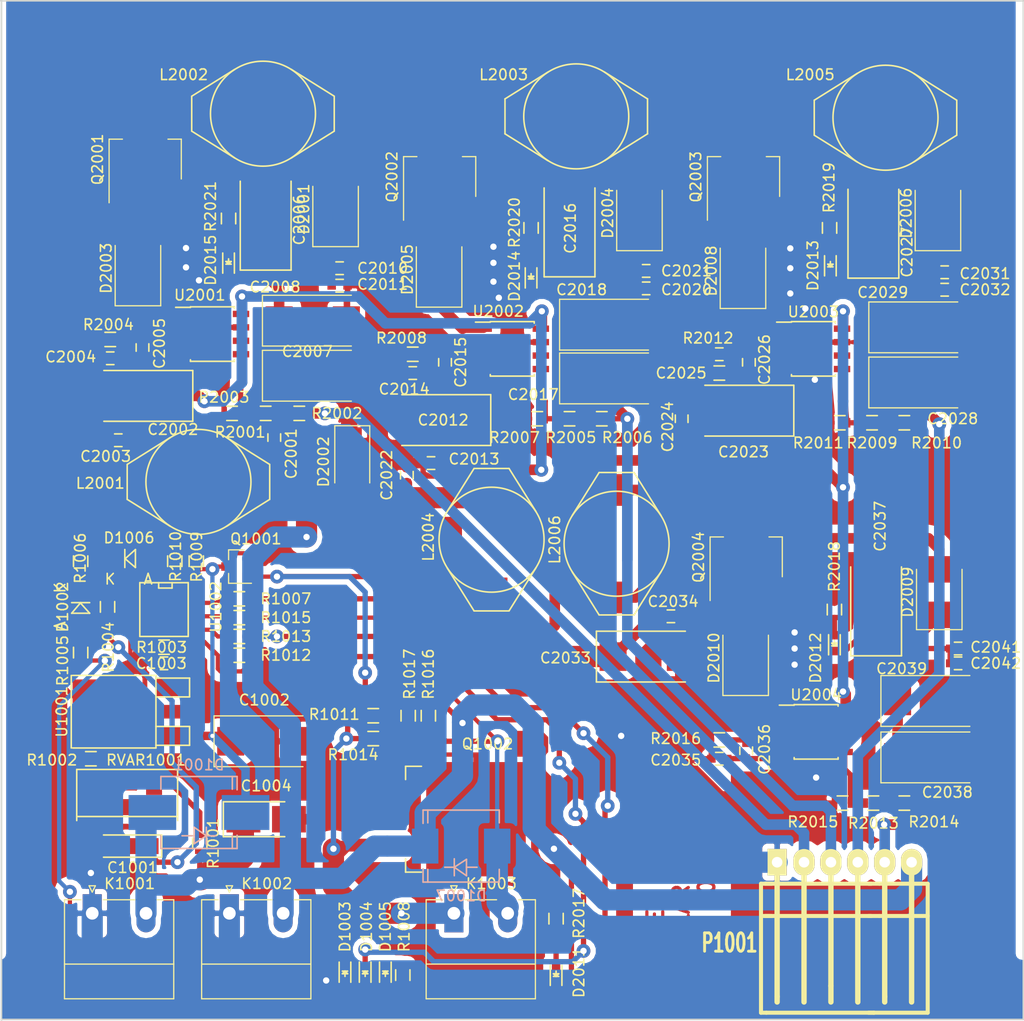
<source format=kicad_pcb>
(kicad_pcb (version 4) (host pcbnew 4.0.6)
  (title_block (title "Solar Power") (date 2017-07-31) (rev V0-20) (company CUBEDB))
  (layers (0 F.Cu signal) (31 B.Cu signal) (34 B.Paste user) (35 F.Paste user) (36 B.SilkS user) (37 F.SilkS user) (38 B.Mask user) (39 F.Mask user) (44 Edge.Cuts user))
  (net 0 "")
  (net 1 "Net-(C1001-Pad1)")
  (net 2 GND)
  (net 3 "Net-(C1002-Pad1)")
  (net 4 "Net-(C1003-Pad1)")
  (net 5 "Net-(D1002-Pad1)")
  (net 6 "Net-(D1002-Pad2)")
  (net 7 "Net-(D1003-Pad1)")
  (net 8 "Net-(D1004-Pad1)")
  (net 9 "Net-(D1005-Pad1)")
  (net 10 "Net-(D1006-Pad2)")
  (net 11 "Net-(D1007-Pad2)")
  (net 12 "Net-(K1003-Pad1)")
  (net 13 "Net-(Q1001-Pad1)")
  (net 14 "Net-(Q1001-Pad2)")
  (net 15 "Net-(R1001-Pad2)")
  (net 16 "Net-(R1002-Pad1)")
  (net 17 "Net-(R1012-Pad1)")
  (net 18 "Net-(R1015-Pad1)")
  (net 19 "Net-(Q1002-Pad1)")
  (net 20 +BATT)
  (net 21 "Net-(C2014-Pad1)")
  (net 22 "Net-(C2015-Pad2)")
  (net 23 +3V3)
  (net 24 +5VD)
  (net 25 +5VA)
  (net 26 +12VA)
  (net 27 "Net-(D2003-Pad1)")
  (net 28 "Net-(D2005-Pad1)")
  (net 29 "Net-(D2009-Pad2)")
  (net 30 "Net-(D2011-Pad2)")
  (net 31 "Net-(D2012-Pad2)")
  (net 32 "Net-(D2013-Pad2)")
  (net 33 "Net-(D2014-Pad2)")
  (net 34 "Net-(D2015-Pad2)")
  (net 35 "Net-(R2009-Pad1)")
  (net 36 "Net-(R2013-Pad1)")
  (net 37 "Net-(U2001-Pad2)")
  (net 38 "Net-(U2001-Pad6)")
  (net 39 "Net-(U2002-Pad2)")
  (net 40 "Net-(U2002-Pad6)")
  (net 41 "Net-(U2003-Pad2)")
  (net 42 "Net-(U2003-Pad6)")
  (net 43 "Net-(U2004-Pad2)")
  (net 44 "Net-(U2004-Pad6)")
  (net 45 "Net-(C2002-Pad1)")
  (net 46 "Net-(C2004-Pad1)")
  (net 47 "Net-(C2005-Pad2)")
  (net 48 "Net-(C2023-Pad1)")
  (net 49 "Net-(C2025-Pad1)")
  (net 50 "Net-(C2026-Pad2)")
  (net 51 "Net-(C2035-Pad1)")
  (net 52 "Net-(C2036-Pad2)")
  (net 53 "Net-(D2001-Pad2)")
  (net 54 "Net-(D2004-Pad2)")
  (net 55 "Net-(D2006-Pad2)")
  (net 56 "Net-(D2008-Pad1)")
  (net 57 "Net-(D2010-Pad1)")
  (net 58 "Net-(R2001-Pad1)")
  (net 59 "Net-(R2001-Pad2)")
  (net 60 "Net-(R2005-Pad1)")
  (net 61 "Net-(R2005-Pad2)")
  (net 62 "Net-(R2009-Pad2)")
  (net 63 "Net-(R2013-Pad2)")
  (module TO_SOT_Packages_SMD:SOT-223 (layer F.Cu) (at 122.3518 47.244 90)
    (fp_text reference Q2001 (at 0 -4.5 90) (layer F.SilkS))
    (fp_text value IRLL3303)
    (pad 2 smd rect (at 3.15 0 90) (size 2 3.8) (layers F.Cu F.Paste F.Mask) (net 53 "Net-(D2001-Pad2)"))
    (pad 2 smd rect (at -3.15 0 90) (size 2 1.5) (layers F.Cu F.Paste F.Mask) (net 53 "Net-(D2001-Pad2)"))
    (pad 3 smd rect (at -3.15 2.3 90) (size 2 1.5) (layers F.Cu F.Paste F.Mask) (net 2 GND))
    (pad 1 smd rect (at -3.15 -2.3 90) (size 2 1.5) (layers F.Cu F.Paste F.Mask) (net 27 "Net-(D2003-Pad1)"))
  )
  (module Resistors_SMD:R_0603 (layer F.Cu) (at 149.098 99.822 270)
    (fp_text reference R1016 (at -3.937 0 270) (layer F.SilkS))
    (fp_text value 1M)
    (pad 1 smd rect (at -0.75 0 270) (size 0.5 0.9) (layers F.Cu F.Paste F.Mask) (net 20 +BATT))
    (pad 2 smd rect (at 0.75 0 270) (size 0.5 0.9) (layers F.Cu F.Paste F.Mask) (net 11 "Net-(D1007-Pad2)"))
  )
  (module Capacitors_Tantalum_SMD:Tantalum_Case-A_EIA-3216-18_Hand (layer F.Cu) (at 120.015 112.141 180)
    (fp_text reference C1001 (at -1.143 -2.032 180) (layer F.SilkS))
    (fp_text value 1u/16V)
    (pad 1 smd rect (at -2 0 180) (size 3.2 1.5) (layers F.Cu F.Paste F.Mask) (net 1 "Net-(C1001-Pad1)"))
    (pad 2 smd rect (at 2 0 180) (size 3.2 1.5) (layers F.Cu F.Paste F.Mask) (net 2 GND))
  )
  (module Capacitors_SMD:C_0603 (layer F.Cu) (at 124.1298 94.869 180)
    (fp_text reference C1003 (at 0.254 -0.0127 180) (layer F.SilkS))
    (fp_text value 100n)
    (pad 1 smd rect (at -0.75 0 180) (size 0.8 0.75) (layers F.Cu F.Paste F.Mask) (net 4 "Net-(C1003-Pad1)"))
    (pad 2 smd rect (at 0.75 0 180) (size 0.8 0.75) (layers F.Cu F.Paste F.Mask) (net 2 GND))
  )
  (module Capacitors_Tantalum_SMD:Tantalum_Case-B_EIA-3528-21_Hand (layer F.Cu) (at 133.7818 109.601)
    (fp_text reference C1004 (at 0 -3.15) (layer F.SilkS))
    (fp_text value 22u/16V)
    (pad 1 smd rect (at -2.15 0) (size 3.2 2.5) (layers F.Cu F.Paste F.Mask) (net 20 +BATT))
    (pad 2 smd rect (at 2.15 0) (size 3.2 2.5) (layers F.Cu F.Paste F.Mask) (net 2 GND))
  )
  (module Diodes_SMD:SMC_Handsoldering (layer B.Cu) (at 127.4318 108.966 180)
    (fp_text reference D1001 (at 0 4.5 180) (layer B.SilkS) (effects (justify mirror)))
    (fp_text value 1N4002)
    (pad 1 smd rect (at -4.39928 0 90) (size 3.29946 4.50088) (layers B.Cu B.Paste B.Mask) (net 3 "Net-(C1002-Pad1)"))
    (pad 2 smd rect (at 4.39928 0 90) (size 3.29946 4.49834) (layers B.Cu B.Paste B.Mask) (net 20 +BATT))
  )
  (module Diodes_SMD:MiniMELF_Standard (layer F.Cu) (at 116.2558 89.535 270)
    (fp_text reference D1002 (at 0 1.7018 270) (layer F.SilkS))
    (fp_text value LL4148)
    (fp_text user K (at -1.8 1.95 270) (layer F.SilkS))
    (fp_text user A (at 1.8 1.95 270) (layer F.SilkS))
    (pad 1 smd rect (at -1.75006 0 270) (size 1.30048 1.69926) (layers F.Cu F.Paste F.Mask) (net 5 "Net-(D1002-Pad1)"))
    (pad 2 smd rect (at 1.75006 0 270) (size 1.30048 1.69926) (layers F.Cu F.Paste F.Mask) (net 6 "Net-(D1002-Pad2)"))
  )
  (module LEDs:LED_0603 (layer F.Cu) (at 141.224 124.206 270)
    (fp_text reference D1003 (at -4.445 0 270) (layer F.SilkS))
    (fp_text value LED)
    (pad 2 smd rect (at 0.7493 0 90) (size 0.79756 0.79756) (layers F.Cu F.Paste F.Mask) (net 2 GND))
    (pad 1 smd rect (at -0.7493 0 90) (size 0.79756 0.79756) (layers F.Cu F.Paste F.Mask) (net 7 "Net-(D1003-Pad1)"))
  )
  (module LEDs:LED_0603 (layer F.Cu) (at 143.129 124.206 270)
    (fp_text reference D1004 (at -4.445 -0.127 270) (layer F.SilkS))
    (fp_text value LED)
    (pad 2 smd rect (at 0.7493 0 90) (size 0.79756 0.79756) (layers F.Cu F.Paste F.Mask) (net 2 GND))
    (pad 1 smd rect (at -0.7493 0 90) (size 0.79756 0.79756) (layers F.Cu F.Paste F.Mask) (net 8 "Net-(D1004-Pad1)"))
  )
  (module LEDs:LED_0603 (layer F.Cu) (at 145.034 124.206 270)
    (fp_text reference D1005 (at -4.445 0 270) (layer F.SilkS))
    (fp_text value LED)
    (pad 2 smd rect (at 0.7493 0 90) (size 0.79756 0.79756) (layers F.Cu F.Paste F.Mask) (net 2 GND))
    (pad 1 smd rect (at -0.7493 0 90) (size 0.79756 0.79756) (layers F.Cu F.Paste F.Mask) (net 9 "Net-(D1005-Pad1)"))
  )
  (module Diodes_SMD:MiniMELF_Standard (layer F.Cu) (at 120.8278 84.963)
    (fp_text reference D1006 (at 0 -1.95) (layer F.SilkS))
    (fp_text value LL4148)
    (fp_text user K (at -1.8 1.95) (layer F.SilkS))
    (fp_text user A (at 1.8 1.95) (layer F.SilkS))
    (pad 1 smd rect (at -1.75006 0) (size 1.30048 1.69926) (layers F.Cu F.Paste F.Mask) (net 5 "Net-(D1002-Pad1)"))
    (pad 2 smd rect (at 1.75006 0) (size 1.30048 1.69926) (layers F.Cu F.Paste F.Mask) (net 10 "Net-(D1006-Pad2)"))
  )
  (module Diodes_SMD:SMC_Standard (layer B.Cu) (at 152.1968 112.141)
    (fp_text reference D1007 (at 0 4.7) (layer B.SilkS) (effects (justify mirror)))
    (fp_text value RS3K)
    (pad 1 smd rect (at -3.40106 0 270) (size 3.29946 2.49936) (layers B.Cu B.Paste B.Mask) (net 20 +BATT))
    (pad 2 smd rect (at 3.40106 0 270) (size 3.29946 2.49936) (layers B.Cu B.Paste B.Mask) (net 11 "Net-(D1007-Pad2)"))
  )
  (module TO_SOT_Packages_SMD:SOT-23 (layer F.Cu) (at 130.9878 85.725 180)
    (fp_text reference Q1001 (at -1.8161 2.6162 180) (layer F.SilkS))
    (fp_text value BC557)
    (pad 1 smd rect (at -1 -0.95 180) (size 0.9 0.8) (layers F.Cu F.Paste F.Mask) (net 13 "Net-(Q1001-Pad1)"))
    (pad 2 smd rect (at -1 0.95 180) (size 0.9 0.8) (layers F.Cu F.Paste F.Mask) (net 14 "Net-(Q1001-Pad2)"))
    (pad 3 smd rect (at 1 0 180) (size 0.9 0.8) (layers F.Cu F.Paste F.Mask) (net 3 "Net-(C1002-Pad1)"))
  )
  (module Resistors_SMD:R_0603 (layer F.Cu) (at 127.508 111.887 90)
    (fp_text reference R1001 (at 0 1.27 90) (layer F.SilkS))
    (fp_text value 22k)
    (pad 1 smd rect (at -0.75 0 90) (size 0.5 0.9) (layers F.Cu F.Paste F.Mask) (net 20 +BATT))
    (pad 2 smd rect (at 0.75 0 90) (size 0.5 0.9) (layers F.Cu F.Paste F.Mask) (net 15 "Net-(R1001-Pad2)"))
  )
  (module Resistors_SMD:R_0603 (layer F.Cu) (at 117.221 103.886 180)
    (fp_text reference R1002 (at 3.683 -0.127 180) (layer F.SilkS))
    (fp_text value 12k)
    (pad 1 smd rect (at -0.75 0 180) (size 0.5 0.9) (layers F.Cu F.Paste F.Mask) (net 16 "Net-(R1002-Pad1)"))
    (pad 2 smd rect (at 0.75 0 180) (size 0.5 0.9) (layers F.Cu F.Paste F.Mask) (net 2 GND))
  )
  (module Resistors_SMD:R_0603 (layer F.Cu) (at 124.1298 93.345 180)
    (fp_text reference R1003 (at 0.2286 -0.0127 180) (layer F.SilkS))
    (fp_text value 100k)
    (pad 1 smd rect (at -0.75 0 180) (size 0.5 0.9) (layers F.Cu F.Paste F.Mask) (net 4 "Net-(C1003-Pad1)"))
    (pad 2 smd rect (at 0.75 0 180) (size 0.5 0.9) (layers F.Cu F.Paste F.Mask) (net 2 GND))
  )
  (module Resistors_SMD:R_0603 (layer F.Cu) (at 118.7958 89.535 270)
    (fp_text reference R1004 (at 3.81 -0.0762 270) (layer F.SilkS))
    (fp_text value 330k)
    (pad 1 smd rect (at -0.75 0 270) (size 0.5 0.9) (layers F.Cu F.Paste F.Mask) (net 6 "Net-(D1002-Pad2)"))
    (pad 2 smd rect (at 0.75 0 270) (size 0.5 0.9) (layers F.Cu F.Paste F.Mask) (net 1 "Net-(C1001-Pad1)"))
  )
  (module Resistors_SMD:R_0603 (layer F.Cu) (at 116.2558 93.853 270)
    (fp_text reference R1005 (at 0.762 1.7018 270) (layer F.SilkS))
    (fp_text value 4.7k)
    (pad 1 smd rect (at -0.75 0 270) (size 0.5 0.9) (layers F.Cu F.Paste F.Mask) (net 6 "Net-(D1002-Pad2)"))
    (pad 2 smd rect (at 0.75 0 270) (size 0.5 0.9) (layers F.Cu F.Paste F.Mask) (net 7 "Net-(D1003-Pad1)"))
  )
  (module Resistors_SMD:R_0603 (layer F.Cu) (at 116.2558 85.217 90)
    (fp_text reference R1006 (at 0.2794 -0.0381 90) (layer F.SilkS))
    (fp_text value 8.2k)
    (pad 1 smd rect (at -0.75 0 90) (size 0.5 0.9) (layers F.Cu F.Paste F.Mask) (net 5 "Net-(D1002-Pad1)"))
    (pad 2 smd rect (at 0.75 0 90) (size 0.5 0.9) (layers F.Cu F.Paste F.Mask) (net 2 GND))
  )
  (module Resistors_SMD:R_0603 (layer F.Cu) (at 131.2418 88.773)
    (fp_text reference R1007 (at 4.3942 0) (layer F.SilkS))
    (fp_text value 4.7k)
    (pad 1 smd rect (at -0.75 0) (size 0.5 0.9) (layers F.Cu F.Paste F.Mask) (net 10 "Net-(D1006-Pad2)"))
    (pad 2 smd rect (at 0.75 0) (size 0.5 0.9) (layers F.Cu F.Paste F.Mask) (net 8 "Net-(D1004-Pad1)"))
  )
  (module Resistors_SMD:R_0603 (layer F.Cu) (at 146.685 124.333 90)
    (fp_text reference R1008 (at 4.572 0.127 90) (layer F.SilkS))
    (fp_text value 4.7k)
    (pad 1 smd rect (at -0.75 0 90) (size 0.5 0.9) (layers F.Cu F.Paste F.Mask) (net 13 "Net-(Q1001-Pad1)"))
    (pad 2 smd rect (at 0.75 0 90) (size 0.5 0.9) (layers F.Cu F.Paste F.Mask) (net 9 "Net-(D1005-Pad1)"))
  )
  (module Resistors_SMD:R_0603 (layer F.Cu) (at 127.1778 85.217 270)
    (fp_text reference R1009 (at -0.4064 -0.0381 270) (layer F.SilkS))
    (fp_text value 1k)
    (pad 1 smd rect (at -0.75 0 270) (size 0.5 0.9) (layers F.Cu F.Paste F.Mask) (net 14 "Net-(Q1001-Pad2)"))
    (pad 2 smd rect (at 0.75 0 270) (size 0.5 0.9) (layers F.Cu F.Paste F.Mask) (net 3 "Net-(C1002-Pad1)"))
  )
  (module Resistors_SMD:R_0603 (layer F.Cu) (at 125.1458 85.217 270)
    (fp_text reference R1010 (at -0.4445 -0.0762 270) (layer F.SilkS))
    (fp_text value 8.2k)
    (pad 1 smd rect (at -0.75 0 270) (size 0.5 0.9) (layers F.Cu F.Paste F.Mask) (net 14 "Net-(Q1001-Pad2)"))
    (pad 2 smd rect (at 0.75 0 270) (size 0.5 0.9) (layers F.Cu F.Paste F.Mask) (net 5 "Net-(D1002-Pad1)"))
  )
  (module Resistors_SMD:R_0603 (layer F.Cu) (at 143.891 99.822 180)
    (fp_text reference R1011 (at 3.683 0.127 180) (layer F.SilkS))
    (fp_text value 10k)
    (pad 1 smd rect (at -0.75 0 180) (size 0.5 0.9) (layers F.Cu F.Paste F.Mask) (net 19 "Net-(Q1002-Pad1)"))
    (pad 2 smd rect (at 0.75 0 180) (size 0.5 0.9) (layers F.Cu F.Paste F.Mask) (net 13 "Net-(Q1001-Pad1)"))
  )
  (module Resistors_SMD:R_0603 (layer F.Cu) (at 131.2418 94.107)
    (fp_text reference R1012 (at 4.3942 0) (layer F.SilkS))
    (fp_text value 1M)
    (pad 1 smd rect (at -0.75 0) (size 0.5 0.9) (layers F.Cu F.Paste F.Mask) (net 17 "Net-(R1012-Pad1)"))
    (pad 2 smd rect (at 0.75 0) (size 0.5 0.9) (layers F.Cu F.Paste F.Mask) (net 10 "Net-(D1006-Pad2)"))
  )
  (module Resistors_SMD:R_0603 (layer F.Cu) (at 131.2418 92.329 180)
    (fp_text reference R1013 (at -4.3942 0 180) (layer F.SilkS))
    (fp_text value 100k)
    (pad 1 smd rect (at -0.75 0 180) (size 0.5 0.9) (layers F.Cu F.Paste F.Mask) (net 20 +BATT))
    (pad 2 smd rect (at 0.75 0 180) (size 0.5 0.9) (layers F.Cu F.Paste F.Mask) (net 17 "Net-(R1012-Pad1)"))
  )
  (module Resistors_SMD:R_0603 (layer F.Cu) (at 143.891 101.981)
    (fp_text reference R1014 (at -1.905 1.524) (layer F.SilkS))
    (fp_text value 100k)
    (pad 1 smd rect (at -0.75 0) (size 0.5 0.9) (layers F.Cu F.Paste F.Mask) (net 12 "Net-(K1003-Pad1)"))
    (pad 2 smd rect (at 0.75 0) (size 0.5 0.9) (layers F.Cu F.Paste F.Mask) (net 19 "Net-(Q1002-Pad1)"))
  )
  (module Resistors_SMD:R_0603 (layer F.Cu) (at 131.2418 90.551)
    (fp_text reference R1015 (at 4.3942 0) (layer F.SilkS))
    (fp_text value 100k)
    (pad 1 smd rect (at -0.75 0) (size 0.5 0.9) (layers F.Cu F.Paste F.Mask) (net 18 "Net-(R1015-Pad1)"))
    (pad 2 smd rect (at 0.75 0) (size 0.5 0.9) (layers F.Cu F.Paste F.Mask) (net 11 "Net-(D1007-Pad2)"))
  )
  (module Resistors_SMD:R_0603 (layer F.Cu) (at 147.193 99.822 90)
    (fp_text reference R1017 (at 3.937 0.127 90) (layer F.SilkS))
    (fp_text value 220k)
    (pad 1 smd rect (at -0.75 0 90) (size 0.5 0.9) (layers F.Cu F.Paste F.Mask) (net 11 "Net-(D1007-Pad2)"))
    (pad 2 smd rect (at 0.75 0 90) (size 0.5 0.9) (layers F.Cu F.Paste F.Mask) (net 12 "Net-(K1003-Pad1)"))
  )
  (module Potentiometers:Potentiometer_Trimmer-Suntan-TSR-3386C (layer F.Cu) (at 118.11 108.458)
    (fp_text reference RVAR1001 (at 4.318 -4.445) (layer F.SilkS))
    (fp_text value "10k multi")
    (pad 3 smd rect (at 5.08 -1.905) (size 1.51 1.51) (layers F.Cu F.Paste F.Mask) (net 15 "Net-(R1001-Pad2)"))
    (pad 1 smd rect (at 0 -1.905) (size 1.51 1.51) (layers F.Cu F.Paste F.Mask) (net 16 "Net-(R1002-Pad1)"))
    (pad 2 smd rect (at 2.54 0) (size 1.51 1.51) (layers F.Cu F.Paste F.Mask) (net 1 "Net-(C1001-Pad1)"))
  )
  (module SMD_Packages:SOIC-8-N (layer F.Cu) (at 124.1298 89.789 270)
    (fp_text reference U1002 (at -0.254 -4.9022 270) (layer F.SilkS))
    (fp_text value TL072)
    (pad 8 smd rect (at -1.905 -3.175 270) (size 0.508 1.143) (layers F.Cu F.Paste F.Mask) (net 3 "Net-(C1002-Pad1)"))
    (pad 7 smd rect (at -0.635 -3.175 270) (size 0.508 1.143) (layers F.Cu F.Paste F.Mask) (net 10 "Net-(D1006-Pad2)"))
    (pad 6 smd rect (at 0.635 -3.175 270) (size 0.508 1.143) (layers F.Cu F.Paste F.Mask) (net 18 "Net-(R1015-Pad1)"))
    (pad 5 smd rect (at 1.905 -3.175 270) (size 0.508 1.143) (layers F.Cu F.Paste F.Mask) (net 17 "Net-(R1012-Pad1)"))
    (pad 4 smd rect (at 1.905 3.175 270) (size 0.508 1.143) (layers F.Cu F.Paste F.Mask) (net 2 GND))
    (pad 3 smd rect (at 0.635 3.175 270) (size 0.508 1.143) (layers F.Cu F.Paste F.Mask) (net 1 "Net-(C1001-Pad1)"))
    (pad 2 smd rect (at -0.635 3.175 270) (size 0.508 1.143) (layers F.Cu F.Paste F.Mask) (net 4 "Net-(C1003-Pad1)"))
    (pad 1 smd rect (at -1.905 3.175 270) (size 0.508 1.143) (layers F.Cu F.Paste F.Mask) (net 6 "Net-(D1002-Pad2)"))
  )
  (module TO_SOT_Packages_SMD:TO-252-2Lead (layer F.Cu) (at 124.8918 99.441 90)
    (fp_text reference U1001 (at 0 -10.414 90) (layer F.SilkS))
    (fp_text value 7805-)
    (pad 1 smd rect (at -2.286 0 90) (size 1.651 3.048) (layers F.Cu F.Paste F.Mask) (net 3 "Net-(C1002-Pad1)"))
    (pad 2 smd rect (at 0 -6.35 90) (size 6.096 6.096) (layers F.Cu F.Paste F.Mask) (net 2 GND))
    (pad 3 smd rect (at 2.286 0 90) (size 1.651 3.048) (layers F.Cu F.Paste F.Mask) (net 4 "Net-(C1003-Pad1)"))
  )
  (module TO_SOT_Packages_SMD:TO-263-3Lead (layer F.Cu) (at 149.0218 109.601)
    (fp_text reference Q1002 (at 5.6642 -7.112 180) (layer F.SilkS))
    (fp_text value 34N06L)
    (pad 2 smd rect (at -4.575 0) (size 4.6 1.39) (layers F.Cu F.Paste F.Mask) (net 2 GND))
    (pad 2 smd rect (at 4.575 0) (size 9.4 10.8) (layers F.Cu F.Paste F.Mask) (net 2 GND))
    (pad 3 smd rect (at -4.575 2.54) (size 4.6 1.39) (layers F.Cu F.Paste F.Mask) (net 12 "Net-(K1003-Pad1)"))
    (pad 1 smd rect (at -4.575 -2.54) (size 4.6 1.39) (layers F.Cu F.Paste F.Mask) (net 19 "Net-(Q1002-Pad1)"))
  )
  (module Capacitors_SMD:C_0603 (layer F.Cu) (at 134.5438 73.533 90)
    (fp_text reference C2001 (at -1.524 1.6002 90) (layer F.SilkS))
    (fp_text value 47n)
    (pad 1 smd rect (at -0.75 0 90) (size 0.8 0.75) (layers F.Cu F.Paste F.Mask) (net 20 +BATT))
    (pad 2 smd rect (at 0.75 0 90) (size 0.8 0.75) (layers F.Cu F.Paste F.Mask) (net 2 GND))
  )
  (module Capacitors_SMD:C_0603 (layer F.Cu) (at 119.8118 73.787 180)
    (fp_text reference C2003 (at 1.1938 -1.524 180) (layer F.SilkS))
    (fp_text value 47n)
    (pad 1 smd rect (at -0.75 0 180) (size 0.8 0.75) (layers F.Cu F.Paste F.Mask) (net 45 "Net-(C2002-Pad1)"))
    (pad 2 smd rect (at 0.75 0 180) (size 0.8 0.75) (layers F.Cu F.Paste F.Mask) (net 2 GND))
  )
  (module Capacitors_SMD:C_0603 (layer F.Cu) (at 119.0498 66.04 180)
    (fp_text reference C2004 (at 3.7338 0.127 180) (layer F.SilkS))
    (fp_text value 220p)
    (pad 1 smd rect (at -0.75 0 180) (size 0.8 0.75) (layers F.Cu F.Paste F.Mask) (net 46 "Net-(C2004-Pad1)"))
    (pad 2 smd rect (at 0.75 0 180) (size 0.8 0.75) (layers F.Cu F.Paste F.Mask) (net 2 GND))
  )
  (module Capacitors_SMD:C_0603 (layer F.Cu) (at 122.0978 65.024 90)
    (fp_text reference C2005 (at 0.381 1.6002 90) (layer F.SilkS))
    (fp_text value 22n)
    (pad 1 smd rect (at -0.75 0 90) (size 0.8 0.75) (layers F.Cu F.Paste F.Mask) (net 46 "Net-(C2004-Pad1)"))
    (pad 2 smd rect (at 0.75 0 90) (size 0.8 0.75) (layers F.Cu F.Paste F.Mask) (net 47 "Net-(C2005-Pad2)"))
  )
  (module Capacitors_SMD:C_0603 (layer F.Cu) (at 140.716 57.531)
    (fp_text reference C2010 (at 4.064 0) (layer F.SilkS))
    (fp_text value 100n)
    (pad 1 smd rect (at -0.75 0) (size 0.8 0.75) (layers F.Cu F.Paste F.Mask) (net 23 +3V3))
    (pad 2 smd rect (at 0.75 0) (size 0.8 0.75) (layers F.Cu F.Paste F.Mask) (net 2 GND))
  )
  (module Capacitors_SMD:C_0603 (layer F.Cu) (at 140.716 59.182)
    (fp_text reference C2011 (at 4.064 -0.127) (layer F.SilkS))
    (fp_text value 100n)
    (pad 1 smd rect (at -0.75 0) (size 0.8 0.75) (layers F.Cu F.Paste F.Mask) (net 23 +3V3))
    (pad 2 smd rect (at 0.75 0) (size 0.8 0.75) (layers F.Cu F.Paste F.Mask) (net 2 GND))
  )
  (module Capacitors_SMD:C_0603 (layer F.Cu) (at 149.352 75.946 180)
    (fp_text reference C2013 (at -4.064 0.381 180) (layer F.SilkS))
    (fp_text value 47n)
    (pad 1 smd rect (at -0.75 0 180) (size 0.8 0.75) (layers F.Cu F.Paste F.Mask) (net 45 "Net-(C2002-Pad1)"))
    (pad 2 smd rect (at 0.75 0 180) (size 0.8 0.75) (layers F.Cu F.Paste F.Mask) (net 2 GND))
  )
  (module Capacitors_SMD:C_0603 (layer F.Cu) (at 147.6248 67.437 180)
    (fp_text reference C2014 (at 0.8128 -1.524 180) (layer F.SilkS))
    (fp_text value 220p)
    (pad 1 smd rect (at -0.75 0 180) (size 0.8 0.75) (layers F.Cu F.Paste F.Mask) (net 21 "Net-(C2014-Pad1)"))
    (pad 2 smd rect (at 0.75 0 180) (size 0.8 0.75) (layers F.Cu F.Paste F.Mask) (net 2 GND))
  )
  (module Capacitors_SMD:C_0603 (layer F.Cu) (at 150.6728 66.421 90)
    (fp_text reference C2015 (at 0 1.4732 90) (layer F.SilkS))
    (fp_text value 22n)
    (pad 1 smd rect (at -0.75 0 90) (size 0.8 0.75) (layers F.Cu F.Paste F.Mask) (net 21 "Net-(C2014-Pad1)"))
    (pad 2 smd rect (at 0.75 0 90) (size 0.8 0.75) (layers F.Cu F.Paste F.Mask) (net 22 "Net-(C2015-Pad2)"))
  )
  (module Capacitors_SMD:C_0603 (layer F.Cu) (at 169.672 59.436)
    (fp_text reference C2020 (at 3.81 0.127) (layer F.SilkS))
    (fp_text value 100n)
    (pad 1 smd rect (at -0.75 0) (size 0.8 0.75) (layers F.Cu F.Paste F.Mask) (net 24 +5VD))
    (pad 2 smd rect (at 0.75 0) (size 0.8 0.75) (layers F.Cu F.Paste F.Mask) (net 2 GND))
  )
  (module Capacitors_SMD:C_0603 (layer F.Cu) (at 169.672 57.785)
    (fp_text reference C2021 (at 3.81 0) (layer F.SilkS))
    (fp_text value 100n)
    (pad 1 smd rect (at -0.75 0) (size 0.8 0.75) (layers F.Cu F.Paste F.Mask) (net 24 +5VD))
    (pad 2 smd rect (at 0.75 0) (size 0.8 0.75) (layers F.Cu F.Paste F.Mask) (net 2 GND))
  )
  (module Capacitors_SMD:C_0603 (layer F.Cu) (at 147.066 77.089 90)
    (fp_text reference C2022 (at 0 -1.9 90) (layer F.SilkS))
    (fp_text value 47n)
    (pad 1 smd rect (at -0.75 0 90) (size 0.8 0.75) (layers F.Cu F.Paste F.Mask) (net 20 +BATT))
    (pad 2 smd rect (at 0.75 0 90) (size 0.8 0.75) (layers F.Cu F.Paste F.Mask) (net 2 GND))
  )
  (module Capacitors_SMD:C_0603 (layer F.Cu) (at 173.0248 71.755 90)
    (fp_text reference C2024 (at -0.762 -1.3208 90) (layer F.SilkS))
    (fp_text value 47n)
    (pad 1 smd rect (at -0.75 0 90) (size 0.8 0.75) (layers F.Cu F.Paste F.Mask) (net 48 "Net-(C2023-Pad1)"))
    (pad 2 smd rect (at 0.75 0 90) (size 0.8 0.75) (layers F.Cu F.Paste F.Mask) (net 2 GND))
  )
  (module Capacitors_SMD:C_0603 (layer F.Cu) (at 176.5808 65.659 180)
    (fp_text reference C2025 (at 3.6068 -1.778 180) (layer F.SilkS))
    (fp_text value 220p)
    (pad 1 smd rect (at -0.75 0 180) (size 0.8 0.75) (layers F.Cu F.Paste F.Mask) (net 49 "Net-(C2025-Pad1)"))
    (pad 2 smd rect (at 0.75 0 180) (size 0.8 0.75) (layers F.Cu F.Paste F.Mask) (net 2 GND))
  )
  (module Capacitors_SMD:C_0603 (layer F.Cu) (at 179.3748 66.421 270)
    (fp_text reference C2026 (at -0.254 -1.4732 270) (layer F.SilkS))
    (fp_text value 22n)
    (pad 1 smd rect (at -0.75 0 270) (size 0.8 0.75) (layers F.Cu F.Paste F.Mask) (net 49 "Net-(C2025-Pad1)"))
    (pad 2 smd rect (at 0.75 0 270) (size 0.8 0.75) (layers F.Cu F.Paste F.Mask) (net 50 "Net-(C2026-Pad2)"))
  )
  (module Capacitors_SMD:C_0603 (layer F.Cu) (at 197.866 57.912)
    (fp_text reference C2031 (at 3.81 0.127) (layer F.SilkS))
    (fp_text value 100n)
    (pad 1 smd rect (at -0.75 0) (size 0.8 0.75) (layers F.Cu F.Paste F.Mask) (net 25 +5VA))
    (pad 2 smd rect (at 0.75 0) (size 0.8 0.75) (layers F.Cu F.Paste F.Mask) (net 2 GND))
  )
  (module Capacitors_SMD:C_0603 (layer F.Cu) (at 197.866 59.563)
    (fp_text reference C2032 (at 3.81 0) (layer F.SilkS))
    (fp_text value 100n)
    (pad 1 smd rect (at -0.75 0) (size 0.8 0.75) (layers F.Cu F.Paste F.Mask) (net 25 +5VA))
    (pad 2 smd rect (at 0.75 0) (size 0.8 0.75) (layers F.Cu F.Paste F.Mask) (net 2 GND))
  )
  (module Capacitors_SMD:C_0603 (layer F.Cu) (at 172.0088 90.424)
    (fp_text reference C2034 (at 0.2032 -1.397) (layer F.SilkS))
    (fp_text value 47n)
    (pad 1 smd rect (at -0.75 0) (size 0.8 0.75) (layers F.Cu F.Paste F.Mask) (net 48 "Net-(C2023-Pad1)"))
    (pad 2 smd rect (at 0.75 0) (size 0.8 0.75) (layers F.Cu F.Paste F.Mask) (net 2 GND))
  )
  (module Capacitors_SMD:C_0603 (layer F.Cu) (at 176.5808 103.886 180)
    (fp_text reference C2035 (at 4.1148 -0.127 180) (layer F.SilkS))
    (fp_text value 220p)
    (pad 1 smd rect (at -0.75 0 180) (size 0.8 0.75) (layers F.Cu F.Paste F.Mask) (net 51 "Net-(C2035-Pad1)"))
    (pad 2 smd rect (at 0.75 0 180) (size 0.8 0.75) (layers F.Cu F.Paste F.Mask) (net 2 GND))
  )
  (module Capacitors_SMD:C_0603 (layer F.Cu) (at 179.1208 103.124 90)
    (fp_text reference C2036 (at 0.127 1.7272 90) (layer F.SilkS))
    (fp_text value 22n)
    (pad 1 smd rect (at -0.75 0 90) (size 0.8 0.75) (layers F.Cu F.Paste F.Mask) (net 51 "Net-(C2035-Pad1)"))
    (pad 2 smd rect (at 0.75 0 90) (size 0.8 0.75) (layers F.Cu F.Paste F.Mask) (net 52 "Net-(C2036-Pad2)"))
  )
  (module Capacitors_SMD:C_0603 (layer F.Cu) (at 199.136 93.472)
    (fp_text reference C2041 (at 3.556 -0.127) (layer F.SilkS))
    (fp_text value 100n)
    (pad 1 smd rect (at -0.75 0) (size 0.8 0.75) (layers F.Cu F.Paste F.Mask) (net 26 +12VA))
    (pad 2 smd rect (at 0.75 0) (size 0.8 0.75) (layers F.Cu F.Paste F.Mask) (net 2 GND))
  )
  (module Capacitors_SMD:C_0603 (layer F.Cu) (at 199.136 94.869)
    (fp_text reference C2042 (at 3.556 0) (layer F.SilkS))
    (fp_text value 100n)
    (pad 1 smd rect (at -0.75 0) (size 0.8 0.75) (layers F.Cu F.Paste F.Mask) (net 26 +12VA))
    (pad 2 smd rect (at 0.75 0) (size 0.8 0.75) (layers F.Cu F.Paste F.Mask) (net 2 GND))
  )
  (module LEDs:LED_0603 (layer F.Cu) (at 161.163 124.206 90)
    (fp_text reference D2011 (at 0.127 2.159 90) (layer F.SilkS))
    (fp_text value LED)
    (pad 2 smd rect (at 0.7493 0 270) (size 0.79756 0.79756) (layers F.Cu F.Paste F.Mask) (net 30 "Net-(D2011-Pad2)"))
    (pad 1 smd rect (at -0.7493 0 270) (size 0.79756 0.79756) (layers F.Cu F.Paste F.Mask) (net 20 +BATT))
  )
  (module LEDs:LED_0603 (layer F.Cu) (at 187.452 92.964 90)
    (fp_text reference D2012 (at -1.397 -1.778 90) (layer F.SilkS))
    (fp_text value LED)
    (pad 2 smd rect (at 0.7493 0 270) (size 0.79756 0.79756) (layers F.Cu F.Paste F.Mask) (net 31 "Net-(D2012-Pad2)"))
    (pad 1 smd rect (at -0.7493 0 270) (size 0.79756 0.79756) (layers F.Cu F.Paste F.Mask) (net 26 +12VA))
  )
  (module LEDs:LED_0603 (layer F.Cu) (at 187.071 57.15 90)
    (fp_text reference D2013 (at -0.127 -1.651 90) (layer F.SilkS))
    (fp_text value LED)
    (pad 2 smd rect (at 0.7493 0 270) (size 0.79756 0.79756) (layers F.Cu F.Paste F.Mask) (net 32 "Net-(D2013-Pad2)"))
    (pad 1 smd rect (at -0.7493 0 270) (size 0.79756 0.79756) (layers F.Cu F.Paste F.Mask) (net 25 +5VA))
  )
  (module LEDs:LED_0603 (layer F.Cu) (at 158.8008 58.293 90)
    (fp_text reference D2014 (at 0 -1.5748 90) (layer F.SilkS))
    (fp_text value LED)
    (pad 2 smd rect (at 0.7493 0 270) (size 0.79756 0.79756) (layers F.Cu F.Paste F.Mask) (net 33 "Net-(D2014-Pad2)"))
    (pad 1 smd rect (at -0.7493 0 270) (size 0.79756 0.79756) (layers F.Cu F.Paste F.Mask) (net 24 +5VD))
  )
  (module LEDs:LED_0603 (layer F.Cu) (at 130.2258 56.896 90)
    (fp_text reference D2015 (at 0.127 -1.7018 90) (layer F.SilkS))
    (fp_text value LED)
    (pad 2 smd rect (at 0.7493 0 270) (size 0.79756 0.79756) (layers F.Cu F.Paste F.Mask) (net 34 "Net-(D2015-Pad2)"))
    (pad 1 smd rect (at -0.7493 0 270) (size 0.79756 0.79756) (layers F.Cu F.Paste F.Mask) (net 23 +3V3))
  )
  (module TO_SOT_Packages_SMD:SOT-223 (layer F.Cu) (at 150.1648 48.895 90)
    (fp_text reference Q2002 (at 0 -4.5 90) (layer F.SilkS))
    (fp_text value IRLL3303)
    (pad 2 smd rect (at 3.15 0 90) (size 2 3.8) (layers F.Cu F.Paste F.Mask) (net 54 "Net-(D2004-Pad2)"))
    (pad 2 smd rect (at -3.15 0 90) (size 2 1.5) (layers F.Cu F.Paste F.Mask) (net 54 "Net-(D2004-Pad2)"))
    (pad 3 smd rect (at -3.15 2.3 90) (size 2 1.5) (layers F.Cu F.Paste F.Mask) (net 2 GND))
    (pad 1 smd rect (at -3.15 -2.3 90) (size 2 1.5) (layers F.Cu F.Paste F.Mask) (net 28 "Net-(D2005-Pad1)"))
  )
  (module TO_SOT_Packages_SMD:SOT-223 (layer F.Cu) (at 178.8668 48.895 90)
    (fp_text reference Q2003 (at 0 -4.5 90) (layer F.SilkS))
    (fp_text value IRLL3303)
    (pad 2 smd rect (at 3.15 0 90) (size 2 3.8) (layers F.Cu F.Paste F.Mask) (net 55 "Net-(D2006-Pad2)"))
    (pad 2 smd rect (at -3.15 0 90) (size 2 1.5) (layers F.Cu F.Paste F.Mask) (net 55 "Net-(D2006-Pad2)"))
    (pad 3 smd rect (at -3.15 2.3 90) (size 2 1.5) (layers F.Cu F.Paste F.Mask) (net 2 GND))
    (pad 1 smd rect (at -3.15 -2.3 90) (size 2 1.5) (layers F.Cu F.Paste F.Mask) (net 56 "Net-(D2008-Pad1)"))
  )
  (module TO_SOT_Packages_SMD:SOT-223 (layer F.Cu) (at 179.1208 84.836 90)
    (fp_text reference Q2004 (at 0 -4.5 90) (layer F.SilkS))
    (fp_text value Q_NMOS_GDSD)
    (pad 4 smd rect (at 3.15 0 90) (size 2 3.8) (layers F.Cu F.Paste F.Mask) (net 29 "Net-(D2009-Pad2)"))
    (pad 2 smd rect (at -3.15 0 90) (size 2 1.5) (layers F.Cu F.Paste F.Mask) (net 29 "Net-(D2009-Pad2)"))
    (pad 3 smd rect (at -3.15 2.3 90) (size 2 1.5) (layers F.Cu F.Paste F.Mask) (net 2 GND))
    (pad 1 smd rect (at -3.15 -2.3 90) (size 2 1.5) (layers F.Cu F.Paste F.Mask) (net 57 "Net-(D2010-Pad1)"))
  )
  (module Resistors_SMD:R_0603 (layer F.Cu) (at 133.731 71.247 180)
    (fp_text reference R2001 (at 2.413 -1.778 180) (layer F.SilkS))
    (fp_text value 5k6)
    (pad 1 smd rect (at -0.75 0 180) (size 0.5 0.9) (layers F.Cu F.Paste F.Mask) (net 58 "Net-(R2001-Pad1)"))
    (pad 2 smd rect (at 0.75 0 180) (size 0.5 0.9) (layers F.Cu F.Paste F.Mask) (net 59 "Net-(R2001-Pad2)"))
  )
  (module Resistors_SMD:R_0603 (layer F.Cu) (at 136.906 71.247 180)
    (fp_text reference R2002 (at -3.556 0 180) (layer F.SilkS))
    (fp_text value 0)
    (pad 1 smd rect (at -0.75 0 180) (size 0.5 0.9) (layers F.Cu F.Paste F.Mask) (net 23 +3V3))
    (pad 2 smd rect (at 0.75 0 180) (size 0.5 0.9) (layers F.Cu F.Paste F.Mask) (net 58 "Net-(R2001-Pad1)"))
  )
  (module Resistors_SMD:R_0603 (layer F.Cu) (at 130.556 71.247 180)
    (fp_text reference R2003 (at 0.762 1.524 180) (layer F.SilkS))
    (fp_text value 3k3)
    (pad 1 smd rect (at -0.75 0 180) (size 0.5 0.9) (layers F.Cu F.Paste F.Mask) (net 59 "Net-(R2001-Pad2)"))
    (pad 2 smd rect (at 0.75 0 180) (size 0.5 0.9) (layers F.Cu F.Paste F.Mask) (net 2 GND))
  )
  (module Resistors_SMD:R_0603 (layer F.Cu) (at 119.0498 64.262 180)
    (fp_text reference R2004 (at 0.1778 1.397 180) (layer F.SilkS))
    (fp_text value 4k7)
    (pad 1 smd rect (at -0.75 0 180) (size 0.5 0.9) (layers F.Cu F.Paste F.Mask) (net 47 "Net-(C2005-Pad2)"))
    (pad 2 smd rect (at 0.75 0 180) (size 0.5 0.9) (layers F.Cu F.Paste F.Mask) (net 2 GND))
  )
  (module Resistors_SMD:R_0603 (layer F.Cu) (at 162.433 71.755 180)
    (fp_text reference R2005 (at -0.127 -1.778 180) (layer F.SilkS))
    (fp_text value 10k)
    (pad 1 smd rect (at -0.75 0 180) (size 0.5 0.9) (layers F.Cu F.Paste F.Mask) (net 60 "Net-(R2005-Pad1)"))
    (pad 2 smd rect (at 0.75 0 180) (size 0.5 0.9) (layers F.Cu F.Paste F.Mask) (net 61 "Net-(R2005-Pad2)"))
  )
  (module Resistors_SMD:R_0603 (layer F.Cu) (at 165.481 71.755 180)
    (fp_text reference R2006 (at -2.413 -1.778 180) (layer F.SilkS))
    (fp_text value 1k)
    (pad 1 smd rect (at -0.75 0 180) (size 0.5 0.9) (layers F.Cu F.Paste F.Mask) (net 24 +5VD))
    (pad 2 smd rect (at 0.75 0 180) (size 0.5 0.9) (layers F.Cu F.Paste F.Mask) (net 60 "Net-(R2005-Pad1)"))
  )
  (module Resistors_SMD:R_0603 (layer F.Cu) (at 159.385 71.755 180)
    (fp_text reference R2007 (at 2.159 -1.778 180) (layer F.SilkS))
    (fp_text value 3k3)
    (pad 1 smd rect (at -0.75 0 180) (size 0.5 0.9) (layers F.Cu F.Paste F.Mask) (net 61 "Net-(R2005-Pad2)"))
    (pad 2 smd rect (at 0.75 0 180) (size 0.5 0.9) (layers F.Cu F.Paste F.Mask) (net 2 GND))
  )
  (module Resistors_SMD:R_0603 (layer F.Cu) (at 147.6248 65.659 180)
    (fp_text reference R2008 (at 1.0668 1.524 180) (layer F.SilkS))
    (fp_text value 4k7)
    (pad 1 smd rect (at -0.75 0 180) (size 0.5 0.9) (layers F.Cu F.Paste F.Mask) (net 22 "Net-(C2015-Pad2)"))
    (pad 2 smd rect (at 0.75 0 180) (size 0.5 0.9) (layers F.Cu F.Paste F.Mask) (net 2 GND))
  )
  (module Resistors_SMD:R_0603 (layer F.Cu) (at 191.008 72.136 180)
    (fp_text reference R2009 (at 0 -1.9 180) (layer F.SilkS))
    (fp_text value 10k)
    (pad 1 smd rect (at -0.75 0 180) (size 0.5 0.9) (layers F.Cu F.Paste F.Mask) (net 35 "Net-(R2009-Pad1)"))
    (pad 2 smd rect (at 0.75 0 180) (size 0.5 0.9) (layers F.Cu F.Paste F.Mask) (net 62 "Net-(R2009-Pad2)"))
  )
  (module Resistors_SMD:R_0603 (layer F.Cu) (at 194.056 72.136 180)
    (fp_text reference R2010 (at -3.048 -1.905 180) (layer F.SilkS))
    (fp_text value 1k)
    (pad 1 smd rect (at -0.75 0 180) (size 0.5 0.9) (layers F.Cu F.Paste F.Mask) (net 25 +5VA))
    (pad 2 smd rect (at 0.75 0 180) (size 0.5 0.9) (layers F.Cu F.Paste F.Mask) (net 35 "Net-(R2009-Pad1)"))
  )
  (module Resistors_SMD:R_0603 (layer F.Cu) (at 187.96 72.136 180)
    (fp_text reference R2011 (at 2.032 -1.905 180) (layer F.SilkS))
    (fp_text value 3k3)
    (pad 1 smd rect (at -0.75 0 180) (size 0.5 0.9) (layers F.Cu F.Paste F.Mask) (net 62 "Net-(R2009-Pad2)"))
    (pad 2 smd rect (at 0.75 0 180) (size 0.5 0.9) (layers F.Cu F.Paste F.Mask) (net 2 GND))
  )
  (module Resistors_SMD:R_0603 (layer F.Cu) (at 176.5808 67.437 180)
    (fp_text reference R2012 (at 1.0668 3.302 180) (layer F.SilkS))
    (fp_text value 4k7)
    (pad 1 smd rect (at -0.75 0 180) (size 0.5 0.9) (layers F.Cu F.Paste F.Mask) (net 50 "Net-(C2026-Pad2)"))
    (pad 2 smd rect (at 0.75 0 180) (size 0.5 0.9) (layers F.Cu F.Paste F.Mask) (net 2 GND))
  )
  (module Resistors_SMD:R_0603 (layer F.Cu) (at 191.135 108.077 180)
    (fp_text reference R2013 (at 0 -1.9 180) (layer F.SilkS))
    (fp_text value 22k)
    (pad 1 smd rect (at -0.75 0 180) (size 0.5 0.9) (layers F.Cu F.Paste F.Mask) (net 36 "Net-(R2013-Pad1)"))
    (pad 2 smd rect (at 0.75 0 180) (size 0.5 0.9) (layers F.Cu F.Paste F.Mask) (net 63 "Net-(R2013-Pad2)"))
  )
  (module Resistors_SMD:R_0603 (layer F.Cu) (at 194.056 108.077 180)
    (fp_text reference R2014 (at -2.794 -1.778 180) (layer F.SilkS))
    (fp_text value 2.2k)
    (pad 1 smd rect (at -0.75 0 180) (size 0.5 0.9) (layers F.Cu F.Paste F.Mask) (net 26 +12VA))
    (pad 2 smd rect (at 0.75 0 180) (size 0.5 0.9) (layers F.Cu F.Paste F.Mask) (net 36 "Net-(R2013-Pad1)"))
  )
  (module Resistors_SMD:R_0603 (layer F.Cu) (at 188.214 108.077 180)
    (fp_text reference R2015 (at 2.794 -1.778 180) (layer F.SilkS))
    (fp_text value 2k7)
    (pad 1 smd rect (at -0.75 0 180) (size 0.5 0.9) (layers F.Cu F.Paste F.Mask) (net 63 "Net-(R2013-Pad2)"))
    (pad 2 smd rect (at 0.75 0 180) (size 0.5 0.9) (layers F.Cu F.Paste F.Mask) (net 2 GND))
  )
  (module Resistors_SMD:R_0603 (layer F.Cu) (at 176.5808 102.108 180)
    (fp_text reference R2016 (at 4.1148 0.127 180) (layer F.SilkS))
    (fp_text value 4k7)
    (pad 1 smd rect (at -0.75 0 180) (size 0.5 0.9) (layers F.Cu F.Paste F.Mask) (net 52 "Net-(C2036-Pad2)"))
    (pad 2 smd rect (at 0.75 0 180) (size 0.5 0.9) (layers F.Cu F.Paste F.Mask) (net 2 GND))
  )
  (module Resistors_SMD:R_0603 (layer F.Cu) (at 161.163 118.999 90)
    (fp_text reference R2017 (at 0.508 2.159 90) (layer F.SilkS))
    (fp_text value 3.3k)
    (pad 1 smd rect (at -0.75 0 90) (size 0.5 0.9) (layers F.Cu F.Paste F.Mask) (net 30 "Net-(D2011-Pad2)"))
    (pad 2 smd rect (at 0.75 0 90) (size 0.5 0.9) (layers F.Cu F.Paste F.Mask) (net 2 GND))
  )
  (module Resistors_SMD:R_0603 (layer F.Cu) (at 187.452 89.789 90)
    (fp_text reference R2018 (at 4.064 0 90) (layer F.SilkS))
    (fp_text value 3.3k)
    (pad 1 smd rect (at -0.75 0 90) (size 0.5 0.9) (layers F.Cu F.Paste F.Mask) (net 31 "Net-(D2012-Pad2)"))
    (pad 2 smd rect (at 0.75 0 90) (size 0.5 0.9) (layers F.Cu F.Paste F.Mask) (net 2 GND))
  )
  (module Resistors_SMD:R_0603 (layer F.Cu) (at 186.9948 53.721 90)
    (fp_text reference R2019 (at 3.81 -0.0508 90) (layer F.SilkS))
    (fp_text value 1k)
    (pad 1 smd rect (at -0.75 0 90) (size 0.5 0.9) (layers F.Cu F.Paste F.Mask) (net 32 "Net-(D2013-Pad2)"))
    (pad 2 smd rect (at 0.75 0 90) (size 0.5 0.9) (layers F.Cu F.Paste F.Mask) (net 2 GND))
  )
  (module Resistors_SMD:R_0603 (layer F.Cu) (at 158.8008 53.721 90)
    (fp_text reference R2020 (at 0.508 -1.5748 90) (layer F.SilkS))
    (fp_text value 1k)
    (pad 1 smd rect (at -0.75 0 90) (size 0.5 0.9) (layers F.Cu F.Paste F.Mask) (net 33 "Net-(D2014-Pad2)"))
    (pad 2 smd rect (at 0.75 0 90) (size 0.5 0.9) (layers F.Cu F.Paste F.Mask) (net 2 GND))
  )
  (module Resistors_SMD:R_0603 (layer F.Cu) (at 130.2258 52.832 90)
    (fp_text reference R2021 (at 1.143 -1.7018 90) (layer F.SilkS))
    (fp_text value 470)
    (pad 1 smd rect (at -0.75 0 90) (size 0.5 0.9) (layers F.Cu F.Paste F.Mask) (net 34 "Net-(D2015-Pad2)"))
    (pad 2 smd rect (at 0.75 0 90) (size 0.5 0.9) (layers F.Cu F.Paste F.Mask) (net 2 GND))
  )
  (module Housings_SOIC:SOIC-8_3.9x4.9mm_Pitch1.27mm (layer F.Cu) (at 128.7018 63.754)
    (fp_text reference U2001 (at -1.1938 -3.683) (layer F.SilkS))
    (fp_text value L5973D)
    (pad 1 smd rect (at -2.7 -1.905) (size 1.55 0.6) (layers F.Cu F.Paste F.Mask) (net 27 "Net-(D2003-Pad1)"))
    (pad 2 smd rect (at -2.7 -0.635) (size 1.55 0.6) (layers F.Cu F.Paste F.Mask) (net 37 "Net-(U2001-Pad2)"))
    (pad 3 smd rect (at -2.7 0.635) (size 1.55 0.6) (layers F.Cu F.Paste F.Mask) (net 2 GND))
    (pad 4 smd rect (at -2.7 1.905) (size 1.55 0.6) (layers F.Cu F.Paste F.Mask) (net 46 "Net-(C2004-Pad1)"))
    (pad 5 smd rect (at 2.7 1.905) (size 1.55 0.6) (layers F.Cu F.Paste F.Mask) (net 59 "Net-(R2001-Pad2)"))
    (pad 6 smd rect (at 2.7 0.635) (size 1.55 0.6) (layers F.Cu F.Paste F.Mask) (net 38 "Net-(U2001-Pad6)"))
    (pad 7 smd rect (at 2.7 -0.635) (size 1.55 0.6) (layers F.Cu F.Paste F.Mask) (net 2 GND))
    (pad 8 smd rect (at 2.7 -1.905) (size 1.55 0.6) (layers F.Cu F.Paste F.Mask) (net 45 "Net-(C2002-Pad1)"))
  )
  (module Housings_SOIC:SOIC-8_3.9x4.9mm_Pitch1.27mm (layer F.Cu) (at 157.0228 65.151)
    (fp_text reference U2002 (at -1.3208 -3.556) (layer F.SilkS))
    (fp_text value L5973D)
    (pad 1 smd rect (at -2.7 -1.905) (size 1.55 0.6) (layers F.Cu F.Paste F.Mask) (net 28 "Net-(D2005-Pad1)"))
    (pad 2 smd rect (at -2.7 -0.635) (size 1.55 0.6) (layers F.Cu F.Paste F.Mask) (net 39 "Net-(U2002-Pad2)"))
    (pad 3 smd rect (at -2.7 0.635) (size 1.55 0.6) (layers F.Cu F.Paste F.Mask) (net 2 GND))
    (pad 4 smd rect (at -2.7 1.905) (size 1.55 0.6) (layers F.Cu F.Paste F.Mask) (net 21 "Net-(C2014-Pad1)"))
    (pad 5 smd rect (at 2.7 1.905) (size 1.55 0.6) (layers F.Cu F.Paste F.Mask) (net 61 "Net-(R2005-Pad2)"))
    (pad 6 smd rect (at 2.7 0.635) (size 1.55 0.6) (layers F.Cu F.Paste F.Mask) (net 40 "Net-(U2002-Pad6)"))
    (pad 7 smd rect (at 2.7 -0.635) (size 1.55 0.6) (layers F.Cu F.Paste F.Mask) (net 2 GND))
    (pad 8 smd rect (at 2.7 -1.905) (size 1.55 0.6) (layers F.Cu F.Paste F.Mask) (net 45 "Net-(C2002-Pad1)"))
  )
  (module Housings_SOIC:SOIC-8_3.9x4.9mm_Pitch1.27mm (layer F.Cu) (at 185.4708 65.151)
    (fp_text reference U2003 (at 0 -3.5) (layer F.SilkS))
    (fp_text value L5973D)
    (pad 1 smd rect (at -2.7 -1.905) (size 1.55 0.6) (layers F.Cu F.Paste F.Mask) (net 56 "Net-(D2008-Pad1)"))
    (pad 2 smd rect (at -2.7 -0.635) (size 1.55 0.6) (layers F.Cu F.Paste F.Mask) (net 41 "Net-(U2003-Pad2)"))
    (pad 3 smd rect (at -2.7 0.635) (size 1.55 0.6) (layers F.Cu F.Paste F.Mask) (net 2 GND))
    (pad 4 smd rect (at -2.7 1.905) (size 1.55 0.6) (layers F.Cu F.Paste F.Mask) (net 49 "Net-(C2025-Pad1)"))
    (pad 5 smd rect (at 2.7 1.905) (size 1.55 0.6) (layers F.Cu F.Paste F.Mask) (net 62 "Net-(R2009-Pad2)"))
    (pad 6 smd rect (at 2.7 0.635) (size 1.55 0.6) (layers F.Cu F.Paste F.Mask) (net 42 "Net-(U2003-Pad6)"))
    (pad 7 smd rect (at 2.7 -0.635) (size 1.55 0.6) (layers F.Cu F.Paste F.Mask) (net 2 GND))
    (pad 8 smd rect (at 2.7 -1.905) (size 1.55 0.6) (layers F.Cu F.Paste F.Mask) (net 48 "Net-(C2023-Pad1)"))
  )
  (module Housings_SOIC:SOIC-8_3.9x4.9mm_Pitch1.27mm (layer F.Cu) (at 185.7248 101.346)
    (fp_text reference U2004 (at 0 -3.5) (layer F.SilkS))
    (fp_text value L5973D)
    (pad 1 smd rect (at -2.7 -1.905) (size 1.55 0.6) (layers F.Cu F.Paste F.Mask) (net 57 "Net-(D2010-Pad1)"))
    (pad 2 smd rect (at -2.7 -0.635) (size 1.55 0.6) (layers F.Cu F.Paste F.Mask) (net 43 "Net-(U2004-Pad2)"))
    (pad 3 smd rect (at -2.7 0.635) (size 1.55 0.6) (layers F.Cu F.Paste F.Mask) (net 2 GND))
    (pad 4 smd rect (at -2.7 1.905) (size 1.55 0.6) (layers F.Cu F.Paste F.Mask) (net 51 "Net-(C2035-Pad1)"))
    (pad 5 smd rect (at 2.7 1.905) (size 1.55 0.6) (layers F.Cu F.Paste F.Mask) (net 63 "Net-(R2013-Pad2)"))
    (pad 6 smd rect (at 2.7 0.635) (size 1.55 0.6) (layers F.Cu F.Paste F.Mask) (net 44 "Net-(U2004-Pad6)"))
    (pad 7 smd rect (at 2.7 -0.635) (size 1.55 0.6) (layers F.Cu F.Paste F.Mask) (net 2 GND))
    (pad 8 smd rect (at 2.7 -1.905) (size 1.55 0.6) (layers F.Cu F.Paste F.Mask) (net 48 "Net-(C2023-Pad1)"))
  )
  (module Capacitors_Tantalum_SMD:Tantalum_Case-D_EIA-7343-31_Reflow (layer F.Cu) (at 133.731 52.959 90)
    (fp_text reference C2006 (at 0 3.175 90) (layer F.SilkS))
    (fp_text value CP)
    (pad 1 smd rect (at -3.175 0 90) (size 2.55 2.7) (layers F.Cu F.Paste F.Mask) (net 23 +3V3))
    (pad 2 smd rect (at 3.175 0 90) (size 2.55 2.7) (layers F.Cu F.Paste F.Mask) (net 2 GND))
  )
  (module Capacitors_Tantalum_SMD:Tantalum_Case-D_EIA-7343-31_Reflow (layer F.Cu) (at 150.241 71.882 180)
    (fp_text reference C2012 (at -0.254 0 180) (layer F.SilkS))
    (fp_text value 10µ/35V)
    (pad 1 smd rect (at -3.175 0 180) (size 2.55 2.7) (layers F.Cu F.Paste F.Mask) (net 45 "Net-(C2002-Pad1)"))
    (pad 2 smd rect (at 3.175 0 180) (size 2.55 2.7) (layers F.Cu F.Paste F.Mask) (net 2 GND))
  )
  (module Capacitors_Tantalum_SMD:Tantalum_Case-D_EIA-7343-31_Reflow (layer F.Cu) (at 178.8668 70.993 180)
    (fp_text reference C2023 (at 0 -3.9 180) (layer F.SilkS))
    (fp_text value 10µ/25V)
    (pad 1 smd rect (at -3.175 0 180) (size 2.55 2.7) (layers F.Cu F.Paste F.Mask) (net 48 "Net-(C2023-Pad1)"))
    (pad 2 smd rect (at 3.175 0 180) (size 2.55 2.7) (layers F.Cu F.Paste F.Mask) (net 2 GND))
  )
  (module Capacitors_Tantalum_SMD:Tantalum_Case-D_EIA-7343-31_Reflow (layer F.Cu) (at 191.135 53.721 90)
    (fp_text reference C2027 (at -2.286 3.175 90) (layer F.SilkS))
    (fp_text value CP)
    (pad 1 smd rect (at -3.175 0 90) (size 2.55 2.7) (layers F.Cu F.Paste F.Mask) (net 25 +5VA))
    (pad 2 smd rect (at 3.175 0 90) (size 2.55 2.7) (layers F.Cu F.Paste F.Mask) (net 2 GND))
  )
  (module Capacitors_Tantalum_SMD:Tantalum_Case-D_EIA-7343-31_Reflow (layer F.Cu) (at 191.389 89.408 90)
    (fp_text reference C2037 (at 7.493 0.381 90) (layer F.SilkS))
    (fp_text value CP)
    (pad 1 smd rect (at -3.175 0 90) (size 2.55 2.7) (layers F.Cu F.Paste F.Mask) (net 26 +12VA))
    (pad 2 smd rect (at 3.175 0 90) (size 2.55 2.7) (layers F.Cu F.Paste F.Mask) (net 2 GND))
  )
  (module Capacitors_Tantalum_SMD:Tantalum_Case-D_EIA-7343-31_Reflow (layer F.Cu) (at 169.7228 94.234)
    (fp_text reference C2033 (at -7.6708 0.127) (layer F.SilkS))
    (fp_text value 10µ/25V)
    (pad 1 smd rect (at -3.175 0) (size 2.55 2.7) (layers F.Cu F.Paste F.Mask) (net 48 "Net-(C2023-Pad1)"))
    (pad 2 smd rect (at 3.175 0) (size 2.55 2.7) (layers F.Cu F.Paste F.Mask) (net 2 GND))
  )
  (module Capacitors_Tantalum_SMD:Tantalum_Case-D_EIA-7343-31_Reflow (layer F.Cu) (at 122.0978 69.596 180)
    (fp_text reference C2002 (at -2.8702 -3.175 180) (layer F.SilkS))
    (fp_text value 10µ/35V)
    (pad 1 smd rect (at -3.175 0 180) (size 2.55 2.7) (layers F.Cu F.Paste F.Mask) (net 45 "Net-(C2002-Pad1)"))
    (pad 2 smd rect (at 3.175 0 180) (size 2.55 2.7) (layers F.Cu F.Paste F.Mask) (net 2 GND))
  )
  (module Capacitors_Tantalum_SMD:Tantalum_Case-D_EIA-7343-31_Reflow (layer F.Cu) (at 162.433 53.594 90)
    (fp_text reference C2016 (at -0.1651 0.0762 90) (layer F.SilkS))
    (fp_text value CP)
    (pad 1 smd rect (at -3.175 0 90) (size 2.55 2.7) (layers F.Cu F.Paste F.Mask) (net 24 +5VD))
    (pad 2 smd rect (at 3.175 0 90) (size 2.55 2.7) (layers F.Cu F.Paste F.Mask) (net 2 GND))
  )
  (module f4deb-mod-library:KK-6-H (layer F.Cu) (at 199.8218 113.665 180)
    (fp_text reference P1001 (at 22.2758 -7.62 180) (layer F.SilkS) (effects (font (size 1.73482 1.08712) (thickness 0.27178))))
    (fp_text value CONN_01X06 hide)
    (pad 4 thru_hole oval (at 10.16 0 180) (size 1.99898 2.5) (drill 1.00076) (layers *.Cu *.Mask F.SilkS) (net 25 +5VA))
    (pad 3 thru_hole oval (at 12.7 0 180) (size 1.99898 2.5) (drill 1.00076) (layers *.Cu *.Mask F.SilkS) (net 24 +5VD))
    (pad 2 thru_hole oval (at 15.24 0 180) (size 1.99898 2.5) (drill 1.00076) (layers *.Cu *.Mask F.SilkS) (net 23 +3V3))
    (pad 1 thru_hole rect (at 17.78 0 180) (size 1.80086 2.5) (drill 1.00076) (layers *.Cu *.Mask F.SilkS) (net 2 GND))
    (pad 5 thru_hole oval (at 7.62 0 180) (size 1.99898 2.5) (drill 1.00076) (layers *.Cu *.Mask F.SilkS) (net 26 +12VA))
    (pad 6 thru_hole oval (at 5.08 0 180) (size 1.99898 2.5) (drill 1.00076) (layers *.Cu *.Mask F.SilkS) (net 20 +BATT))
  )
  (module Inductors:self_cms_we-pd3 (layer F.Cu) (at 127.381 77.724 180)
    (fp_text reference L2001 (at 9.271 -0.127 180) (layer F.SilkS))
    (fp_text value 10µH/4.7A)
    (pad 1 smd rect (at -5.08 0 180) (size 2.99974 2.99974) (layers F.Cu F.Paste F.Mask) (net 20 +BATT))
    (pad 2 smd rect (at 5.08 0 180) (size 2.99974 2.99974) (layers F.Cu F.Paste F.Mask) (net 45 "Net-(C2002-Pad1)"))
  )
  (module Inductors:self_cms_we-pd3 (layer F.Cu) (at 133.477 42.926)
    (fp_text reference L2002 (at -7.493 -3.683) (layer F.SilkS))
    (fp_text value 22µH/3.3A)
    (pad 1 smd rect (at -5.08 0) (size 2.99974 2.99974) (layers F.Cu F.Paste F.Mask) (net 27 "Net-(D2003-Pad1)"))
    (pad 2 smd rect (at 5.08 0) (size 2.99974 2.99974) (layers F.Cu F.Paste F.Mask) (net 53 "Net-(D2001-Pad2)"))
  )
  (module Inductors:self_cms_we-pd3 (layer F.Cu) (at 163.068 43.18)
    (fp_text reference L2003 (at -6.858 -3.937) (layer F.SilkS))
    (fp_text value 22µH/3.3A)
    (pad 1 smd rect (at -5.08 0) (size 2.99974 2.99974) (layers F.Cu F.Paste F.Mask) (net 28 "Net-(D2005-Pad1)"))
    (pad 2 smd rect (at 5.08 0) (size 2.99974 2.99974) (layers F.Cu F.Paste F.Mask) (net 54 "Net-(D2004-Pad2)"))
  )
  (module Inductors:self_cms_we-pd3 (layer F.Cu) (at 155.067 83.185 270)
    (fp_text reference L2004 (at -0.254 5.969 270) (layer F.SilkS))
    (fp_text value 10µH/4.7A)
    (pad 1 smd rect (at -5.08 0 270) (size 2.99974 2.99974) (layers F.Cu F.Paste F.Mask) (net 20 +BATT))
    (pad 2 smd rect (at 5.08 0 270) (size 2.99974 2.99974) (layers F.Cu F.Paste F.Mask) (net 48 "Net-(C2023-Pad1)"))
  )
  (module Inductors:self_cms_we-pd3 (layer F.Cu) (at 192.278 43.307)
    (fp_text reference L2005 (at -7.112 -4.064) (layer F.SilkS))
    (fp_text value 22µH/3.3A)
    (pad 1 smd rect (at -5.08 0) (size 2.99974 2.99974) (layers F.Cu F.Paste F.Mask) (net 56 "Net-(D2008-Pad1)"))
    (pad 2 smd rect (at 5.08 0) (size 2.99974 2.99974) (layers F.Cu F.Paste F.Mask) (net 55 "Net-(D2006-Pad2)"))
  )
  (module Inductors:self_cms_we-pd3 (layer F.Cu) (at 166.878 83.566 90)
    (fp_text reference L2006 (at 0.381 -5.842 90) (layer F.SilkS))
    (fp_text value 22µH/3.3A)
    (pad 1 smd rect (at -5.08 0 90) (size 2.99974 2.99974) (layers F.Cu F.Paste F.Mask) (net 57 "Net-(D2010-Pad1)"))
    (pad 2 smd rect (at 5.08 0 90) (size 2.99974 2.99974) (layers F.Cu F.Paste F.Mask) (net 29 "Net-(D2009-Pad2)"))
  )
  (module Capacitors_Tantalum_SMD:CP_Tantalum_Case-D_EIA-7343-31_Reflow (layer F.Cu) (at 138.176 67.691)
    (fp_text reference C2007 (at -0.508 -2.286) (layer F.SilkS))
    (fp_text value 100µ)
    (pad 1 smd rect (at -3.175 0) (size 2.55 2.7) (layers F.Cu F.Paste F.Mask) (net 23 +3V3))
    (pad 2 smd rect (at 3.175 0) (size 2.55 2.7) (layers F.Cu F.Paste F.Mask) (net 2 GND))
  )
  (module Capacitors_Tantalum_SMD:CP_Tantalum_Case-D_EIA-7343-31_Reflow (layer F.Cu) (at 138.176 62.484)
    (fp_text reference C2008 (at -3.556 -3.175) (layer F.SilkS))
    (fp_text value 100µ)
    (pad 1 smd rect (at -3.175 0) (size 2.55 2.7) (layers F.Cu F.Paste F.Mask) (net 23 +3V3))
    (pad 2 smd rect (at 3.175 0) (size 2.55 2.7) (layers F.Cu F.Paste F.Mask) (net 2 GND))
  )
  (module Capacitors_Tantalum_SMD:CP_Tantalum_Case-D_EIA-7343-31_Reflow (layer F.Cu) (at 166.243 67.945)
    (fp_text reference C2017 (at -7.239 1.524) (layer F.SilkS))
    (fp_text value 100µ)
    (pad 1 smd rect (at -3.175 0) (size 2.55 2.7) (layers F.Cu F.Paste F.Mask) (net 24 +5VD))
    (pad 2 smd rect (at 3.175 0) (size 2.55 2.7) (layers F.Cu F.Paste F.Mask) (net 2 GND))
  )
  (module Capacitors_Tantalum_SMD:CP_Tantalum_Case-D_EIA-7343-31_Reflow (layer F.Cu) (at 166.243 62.865)
    (fp_text reference C2018 (at -2.667 -3.302) (layer F.SilkS))
    (fp_text value 100µ)
    (pad 1 smd rect (at -3.175 0) (size 2.55 2.7) (layers F.Cu F.Paste F.Mask) (net 24 +5VD))
    (pad 2 smd rect (at 3.175 0) (size 2.55 2.7) (layers F.Cu F.Paste F.Mask) (net 2 GND))
  )
  (module Capacitors_Tantalum_SMD:CP_Tantalum_Case-D_EIA-7343-31_Reflow (layer F.Cu) (at 195.453 68.326)
    (fp_text reference C2028 (at 3.175 3.429) (layer F.SilkS))
    (fp_text value 100µ)
    (pad 1 smd rect (at -3.175 0) (size 2.55 2.7) (layers F.Cu F.Paste F.Mask) (net 25 +5VA))
    (pad 2 smd rect (at 3.175 0) (size 2.55 2.7) (layers F.Cu F.Paste F.Mask) (net 2 GND))
  )
  (module Capacitors_Tantalum_SMD:CP_Tantalum_Case-D_EIA-7343-31_Reflow (layer F.Cu) (at 195.453 63.119)
    (fp_text reference C2029 (at -3.429 -3.302) (layer F.SilkS))
    (fp_text value 100µ)
    (pad 1 smd rect (at -3.175 0) (size 2.55 2.7) (layers F.Cu F.Paste F.Mask) (net 25 +5VA))
    (pad 2 smd rect (at 3.175 0) (size 2.55 2.7) (layers F.Cu F.Paste F.Mask) (net 2 GND))
  )
  (module Capacitors_Tantalum_SMD:CP_Tantalum_Case-D_EIA-7343-31_Reflow (layer F.Cu) (at 196.596 103.759)
    (fp_text reference C2038 (at 1.524 3.302) (layer F.SilkS))
    (fp_text value 100µ)
    (pad 1 smd rect (at -3.175 0) (size 2.55 2.7) (layers F.Cu F.Paste F.Mask) (net 26 +12VA))
    (pad 2 smd rect (at 3.175 0) (size 2.55 2.7) (layers F.Cu F.Paste F.Mask) (net 2 GND))
  )
  (module Capacitors_Tantalum_SMD:CP_Tantalum_Case-D_EIA-7343-31_Reflow (layer F.Cu) (at 196.596 98.425)
    (fp_text reference C2039 (at -2.794 -3.048) (layer F.SilkS))
    (fp_text value 100µ)
    (pad 1 smd rect (at -3.175 0) (size 2.55 2.7) (layers F.Cu F.Paste F.Mask) (net 26 +12VA))
    (pad 2 smd rect (at 3.175 0) (size 2.55 2.7) (layers F.Cu F.Paste F.Mask) (net 2 GND))
  )
  (module Diodes_SMD:D_SMB (layer F.Cu) (at 140.335 51.943 90)
    (fp_text reference D2001 (at 0 -3 90) (layer F.SilkS))
    (fp_text value MBRS130LT3G)
    (pad 1 smd rect (at -2.15 0 90) (size 2.5 2.3) (layers F.Cu F.Paste F.Mask) (net 23 +3V3))
    (pad 2 smd rect (at 2.15 0 90) (size 2.5 2.3) (layers F.Cu F.Paste F.Mask) (net 53 "Net-(D2001-Pad2)"))
  )
  (module Diodes_SMD:D_SMB (layer F.Cu) (at 169.037 52.324 90)
    (fp_text reference D2004 (at 0 -3 90) (layer F.SilkS))
    (fp_text value MBRS130LT3G)
    (pad 1 smd rect (at -2.15 0 90) (size 2.5 2.3) (layers F.Cu F.Paste F.Mask) (net 24 +5VD))
    (pad 2 smd rect (at 2.15 0 90) (size 2.5 2.3) (layers F.Cu F.Paste F.Mask) (net 54 "Net-(D2004-Pad2)"))
  )
  (module Diodes_SMD:D_SMB (layer F.Cu) (at 197.231 52.324 90)
    (fp_text reference D2006 (at 0 -3 90) (layer F.SilkS))
    (fp_text value MBRS130LT3G)
    (pad 1 smd rect (at -2.15 0 90) (size 2.5 2.3) (layers F.Cu F.Paste F.Mask) (net 25 +5VA))
    (pad 2 smd rect (at 2.15 0 90) (size 2.5 2.3) (layers F.Cu F.Paste F.Mask) (net 55 "Net-(D2006-Pad2)"))
  )
  (module Diodes_SMD:D_SMB (layer F.Cu) (at 197.358 88.138 90)
    (fp_text reference D2009 (at 0 -3 90) (layer F.SilkS))
    (fp_text value MBRS130LT3G)
    (pad 1 smd rect (at -2.15 0 90) (size 2.5 2.3) (layers F.Cu F.Paste F.Mask) (net 26 +12VA))
    (pad 2 smd rect (at 2.15 0 90) (size 2.5 2.3) (layers F.Cu F.Paste F.Mask) (net 29 "Net-(D2009-Pad2)"))
  )
  (module Diodes_SMD:D_SMA (layer F.Cu) (at 141.9098 75.819 270)
    (fp_text reference D2002 (at 0 2.7178 270) (layer F.SilkS))
    (fp_text value SMAJ36A)
    (pad 1 smd rect (at -2 0 270) (size 2.5 1.8) (layers F.Cu F.Paste F.Mask) (net 2 GND))
    (pad 2 smd rect (at 2 0 270) (size 2.5 1.8) (layers F.Cu F.Paste F.Mask) (net 20 +BATT))
  )
  (module Diodes_SMD:D_SMB (layer F.Cu) (at 179.07 94.361 90)
    (fp_text reference D2010 (at 0 -3 90) (layer F.SilkS))
    (fp_text value MBRS130LT3G)
    (pad 1 smd rect (at -2.15 0 90) (size 2.5 2.3) (layers F.Cu F.Paste F.Mask) (net 57 "Net-(D2010-Pad1)"))
    (pad 2 smd rect (at 2.15 0 90) (size 2.5 2.3) (layers F.Cu F.Paste F.Mask) (net 2 GND))
  )
  (module Diodes_SMD:D_SMB (layer F.Cu) (at 121.666 57.531 90)
    (fp_text reference D2003 (at 0 -3 90) (layer F.SilkS))
    (fp_text value MBRS130LT3G)
    (pad 1 smd rect (at -2.15 0 90) (size 2.5 2.3) (layers F.Cu F.Paste F.Mask) (net 27 "Net-(D2003-Pad1)"))
    (pad 2 smd rect (at 2.15 0 90) (size 2.5 2.3) (layers F.Cu F.Paste F.Mask) (net 2 GND))
  )
  (module Diodes_SMD:D_SMB (layer F.Cu) (at 150.114 57.658 90)
    (fp_text reference D2005 (at 0 -3 90) (layer F.SilkS))
    (fp_text value MBRS130LT3G)
    (pad 1 smd rect (at -2.15 0 90) (size 2.5 2.3) (layers F.Cu F.Paste F.Mask) (net 28 "Net-(D2005-Pad1)"))
    (pad 2 smd rect (at 2.15 0 90) (size 2.5 2.3) (layers F.Cu F.Paste F.Mask) (net 2 GND))
  )
  (module Diodes_SMD:D_SMB (layer F.Cu) (at 178.816 57.785 90)
    (fp_text reference D2008 (at 0 -3 90) (layer F.SilkS))
    (fp_text value MBRS130LT3G)
    (pad 1 smd rect (at -2.15 0 90) (size 2.5 2.3) (layers F.Cu F.Paste F.Mask) (net 56 "Net-(D2008-Pad1)"))
    (pad 2 smd rect (at 2.15 0 90) (size 2.5 2.3) (layers F.Cu F.Paste F.Mask) (net 2 GND))
  )
  (module Connectors_Phoenix:PhoenixContact_MC-G_02x5.08mm_Angled (layer F.Cu) (at 117.348 118.491)
    (fp_text reference K1001 (at 3.54 -2.8) (layer F.SilkS))
    (fp_text value CONN_2)
    (pad 1 thru_hole rect (at 0 0) (size 1.8 3.6) (drill 1.2) (layers *.Cu *.Mask) (net 2 GND))
    (pad 2 thru_hole oval (at 5.08 0) (size 1.8 3.6) (drill 1.2) (layers *.Cu *.Mask) (net 20 +BATT))
  )
  (module Connectors_Phoenix:PhoenixContact_MC-G_02x5.08mm_Angled (layer F.Cu) (at 130.302 118.491)
    (fp_text reference K1002 (at 3.54 -2.8) (layer F.SilkS))
    (fp_text value CONN_2)
    (pad 1 thru_hole rect (at 0 0) (size 1.8 3.6) (drill 1.2) (layers *.Cu *.Mask) (net 2 GND))
    (pad 2 thru_hole oval (at 5.08 0) (size 1.8 3.6) (drill 1.2) (layers *.Cu *.Mask) (net 20 +BATT))
  )
  (module Connectors_Phoenix:PhoenixContact_MC-G_02x5.08mm_Angled (layer F.Cu) (at 151.511 118.491)
    (fp_text reference K1003 (at 3.54 -2.8) (layer F.SilkS))
    (fp_text value CONN_2)
    (pad 1 thru_hole rect (at 0 0) (size 1.8 3.6) (drill 1.2) (layers *.Cu *.Mask) (net 12 "Net-(K1003-Pad1)"))
    (pad 2 thru_hole oval (at 5.08 0) (size 1.8 3.6) (drill 1.2) (layers *.Cu *.Mask) (net 11 "Net-(D1007-Pad2)"))
  )
  (module Capacitors_Tantalum_SMD:CP_Tantalum_Case-D_EIA-7343-31_Reflow (layer F.Cu) (at 133.604 102.235)
    (fp_text reference C1002 (at 0 -3.9) (layer F.SilkS))
    (fp_text value 47u/16V)
    (pad 1 smd rect (at -3.175 0) (size 2.55 2.7) (layers F.Cu F.Paste F.Mask) (net 3 "Net-(C1002-Pad1)"))
    (pad 2 smd rect (at 3.175 0) (size 2.55 2.7) (layers F.Cu F.Paste F.Mask) (net 2 GND))
  )
  (gr_line (start 108.7755 128.5875) (end 108.7755 32.3215) (angle 90) (layer Edge.Cuts) (width 0.15))
  (gr_line (start 108.7755 128.524) (end 108.7755 128.5875) (angle 90) (layer Edge.Cuts) (width 0.15))
  (gr_line (start 205.2955 128.524) (end 108.7755 128.524) (angle 90) (layer Edge.Cuts) (width 0.15))
  (gr_line (start 205.2955 32.258) (end 205.2955 128.524) (angle 90) (layer Edge.Cuts) (width 0.15))
  (gr_line (start 108.712 32.258) (end 205.2955 32.258) (angle 90) (layer Edge.Cuts) (width 0.15))
  (gr_text "F4DEB 08-2017\nSOLAR POWER \nV0-20" (at 172.974 114.3 90) (layer F.Cu) (effects (font (size 1.5 1.5) (thickness 0.3))))
  (segment (start 184.912 126.619) (end 184.912 126.492) (width 0.5) (layer F.Cu) (net 0))
  (segment (start 122.015 112.141) (end 122.015 109.823) (width 0.5) (layer F.Cu) (net 1))
  (segment (start 122.015 109.823) (end 120.65 108.458) (width 0.5) (layer F.Cu) (net 1))
  (segment (start 125.3998 113.665) (end 127.1778 111.887) (width 0.5) (layer B.Cu) (net 1))
  (segment (start 127.1778 111.887) (end 127.1778 106.553) (width 0.5) (layer B.Cu) (net 1))
  (segment (start 125.3998 113.665) (end 123.539 113.665) (width 0.5) (layer F.Cu) (net 1))
  (segment (start 123.539 113.665) (end 122.015 112.141) (width 0.5) (layer F.Cu) (net 1))
  (segment (start 127.1778 106.553) (end 127.1778 111.887) (width 0.5) (layer B.Cu) (net 1))
  (segment (start 119.8118 93.345) (end 124.8918 98.425) (width 0.5) (layer B.Cu) (net 1))
  (segment (start 124.8918 104.267) (end 127.1778 106.553) (width 0.5) (layer B.Cu) (net 1))
  (segment (start 124.8918 98.425) (end 124.8918 104.267) (width 0.5) (layer B.Cu) (net 1))
  (segment (start 118.7958 90.285) (end 118.7958 92.329) (width 0.4) (layer F.Cu) (net 1))
  (via (at 119.8118 93.345) (size 1.3) (drill 0.6) (layers F.Cu B.Cu) (net 1))
  (segment (start 118.7958 92.329) (end 119.8118 93.345) (width 0.4) (layer F.Cu) (net 1))
  (segment (start 127.1778 106.553) (end 127.1778 109.601) (width 0.4) (layer B.Cu) (net 1))
  (segment (start 118.7958 90.285) (end 118.7958 90.285) (width 0.4) (layer F.Cu) (net 1))
  (segment (start 118.7958 90.285) (end 118.9348 90.424) (width 0.4) (layer F.Cu) (net 1))
  (segment (start 120.9548 90.424) (end 118.9348 90.424) (width 0.4) (layer F.Cu) (net 1))
  (segment (start 118.9348 90.424) (end 118.7958 90.285) (width 0.4) (layer F.Cu) (net 1))
  (segment (start 127.1778 111.887) (end 127.1778 109.601) (width 0.4) (layer B.Cu) (net 1))
  (segment (start 125.3998 113.665) (end 127.1778 111.887) (width 0.4) (layer B.Cu) (net 1))
  (via (at 125.3998 113.665) (size 1.3) (drill 0.6) (layers F.Cu B.Cu) (net 1))
  (segment (start 122.4468 112.871) (end 122.015 112.141) (width 0.5) (layer F.Cu) (net 1))
  (segment (start 161.163 118.249) (end 161.163 115.824) (width 0.5) (layer F.Cu) (net 2))
  (segment (start 161.163 115.824) (end 154.94 109.601) (width 0.5) (layer F.Cu) (net 2))
  (segment (start 154.94 109.601) (end 153.5968 109.601) (width 0.5) (layer F.Cu) (net 2))
  (segment (start 116.471 103.886) (end 116.344 103.759) (width 0.5) (layer F.Cu) (net 2))
  (segment (start 116.344 103.759) (end 114.7318 103.759) (width 0.5) (layer F.Cu) (net 2))
  (segment (start 130.302 118.491) (end 130.302 124.841) (width 2) (layer B.Cu) (net 2))
  (segment (start 130.175 124.714) (end 130.175 124.841) (width 2) (layer B.Cu) (net 2))
  (segment (start 130.302 124.841) (end 130.175 124.714) (width 2) (layer B.Cu) (net 2))
  (segment (start 139.446 124.841) (end 130.175 124.841) (width 2) (layer B.Cu) (net 2))
  (segment (start 130.175 124.841) (end 119.38 124.841) (width 2) (layer B.Cu) (net 2))
  (segment (start 117.348 122.809) (end 117.348 118.491) (width 2) (layer B.Cu) (net 2))
  (segment (start 119.38 124.841) (end 117.348 122.809) (width 2) (layer B.Cu) (net 2))
  (segment (start 114.7318 112.776) (end 114.7318 114.046) (width 1) (layer F.Cu) (net 2))
  (segment (start 114.7318 114.046) (end 115.3668 114.681) (width 1) (layer F.Cu) (net 2))
  (segment (start 115.3668 114.681) (end 117.221 114.681) (width 1) (layer F.Cu) (net 2))
  (via (at 117.221 114.681) (size 1.3) (drill 0.6) (layers F.Cu B.Cu) (net 2))
  (segment (start 117.221 114.681) (end 117.2718 114.681) (width 1) (layer B.Cu) (net 2))
  (segment (start 118.015 112.141) (end 114.7318 112.141) (width 0.5) (layer F.Cu) (net 2))
  (segment (start 114.7318 112.141) (end 114.935 112.141) (width 0.5) (layer F.Cu) (net 2))
  (segment (start 114.935 112.141) (end 114.7318 112.141) (width 0.5) (layer F.Cu) (net 2))
  (segment (start 150.114 55.508) (end 155.2358 55.508) (width 1) (layer F.Cu) (net 2))
  (segment (start 155.2358 55.508) (end 155.2448 55.499) (width 1) (layer F.Cu) (net 2))
  (segment (start 121.666 55.381) (end 125.9608 55.381) (width 1) (layer F.Cu) (net 2))
  (segment (start 125.9608 55.381) (end 126.2058 55.626) (width 1) (layer F.Cu) (net 2))
  (segment (start 167.3098 101.727) (end 170.307 101.727) (width 2) (layer F.Cu) (net 2))
  (segment (start 183.4388 107.95) (end 185.7248 105.664) (width 2) (layer F.Cu) (net 2))
  (via (at 185.7248 105.664) (size 1.3) (drill 0.6) (layers F.Cu B.Cu) (net 2))
  (segment (start 185.7248 102.108) (end 185.7248 101.981) (width 0.5) (layer F.Cu) (net 2))
  (segment (start 185.7248 102.108) (end 185.7248 105.664) (width 2) (layer F.Cu) (net 2))
  (segment (start 187.464 107.4032) (end 185.7248 105.664) (width 0.5) (layer F.Cu) (net 2))
  (segment (start 187.464 108.077) (end 187.464 107.4032) (width 0.5) (layer F.Cu) (net 2))
  (segment (start 176.53 107.95) (end 183.4388 107.95) (width 2) (layer F.Cu) (net 2))
  (segment (start 170.307 101.727) (end 176.53 107.95) (width 2) (layer F.Cu) (net 2))
  (segment (start 183.6928 91.948) (end 179.333 91.948) (width 1) (layer F.Cu) (net 2))
  (via (at 183.6928 91.948) (size 1.3) (drill 0.6) (layers F.Cu B.Cu) (net 2))
  (segment (start 179.333 91.948) (end 179.07 92.211) (width 1) (layer F.Cu) (net 2))
  (segment (start 183.28386 57.531) (end 183.28386 55.65394) (width 2) (layer F.Cu) (net 2))
  (via (at 183.28386 57.531) (size 1.3) (drill 0.6) (layers F.Cu B.Cu) (net 2))
  (segment (start 183.28386 59.91606) (end 183.28386 57.531) (width 2) (layer F.Cu) (net 2))
  (segment (start 184.7088 61.341) (end 184.25668 61.341) (width 2) (layer B.Cu) (net 2))
  (via (at 184.7088 61.341) (size 1.3) (drill 0.6) (layers F.Cu B.Cu) (net 2))
  (via (at 183.6928 94.996) (size 1.3) (drill 0.6) (layers F.Cu B.Cu) (net 2))
  (segment (start 183.5658 62.03188) (end 183.5658 94.488) (width 2) (layer B.Cu) (net 2))
  (segment (start 184.25668 61.341) (end 183.5658 62.03188) (width 2) (layer B.Cu) (net 2))
  (segment (start 141.351 67.691) (end 142.875 67.691) (width 1) (layer F.Cu) (net 2))
  (segment (start 142.875 67.691) (end 147.066 71.882) (width 1) (layer F.Cu) (net 2))
  (segment (start 199.771 98.425) (end 199.771 97.028) (width 1) (layer F.Cu) (net 2))
  (segment (start 200.025 73.787) (end 199.898 73.66) (width 1) (layer F.Cu) (net 2))
  (segment (start 200.025 96.774) (end 200.025 73.787) (width 1) (layer F.Cu) (net 2))
  (segment (start 199.771 97.028) (end 200.025 96.774) (width 1) (layer F.Cu) (net 2))
  (segment (start 124.968 66.548) (end 123.571 66.548) (width 0.5) (layer F.Cu) (net 2))
  (segment (start 120.8278 67.691) (end 118.9228 69.596) (width 0.5) (layer F.Cu) (net 2))
  (segment (start 122.428 67.691) (end 120.8278 67.691) (width 0.5) (layer F.Cu) (net 2))
  (segment (start 123.571 66.548) (end 122.428 67.691) (width 0.5) (layer F.Cu) (net 2))
  (segment (start 119.0618 73.787) (end 119.0618 69.735) (width 0.5) (layer F.Cu) (net 2))
  (segment (start 119.0618 69.735) (end 118.9228 69.596) (width 0.5) (layer F.Cu) (net 2))
  (segment (start 187.21 72.136) (end 185.6038 72.136) (width 0.5) (layer F.Cu) (net 2))
  (segment (start 185.6038 72.136) (end 185.801 72.136) (width 0.5) (layer F.Cu) (net 2))
  (segment (start 185.801 72.136) (end 185.6038 72.136) (width 0.5) (layer F.Cu) (net 2))
  (segment (start 198.628 68.326) (end 198.628 69.723) (width 1) (layer F.Cu) (net 2))
  (segment (start 198.628 69.723) (end 199.898 70.993) (width 1) (layer F.Cu) (net 2))
  (segment (start 199.898 70.993) (end 199.898 73.66) (width 1) (layer F.Cu) (net 2))
  (segment (start 185.6038 73.0818) (end 185.6038 72.136) (width 1) (layer F.Cu) (net 2))
  (segment (start 199.898 73.66) (end 199.517 74.041) (width 1) (layer F.Cu) (net 2))
  (segment (start 199.517 74.041) (end 186.563 74.041) (width 1) (layer F.Cu) (net 2))
  (segment (start 186.563 74.041) (end 185.6038 73.0818) (width 1) (layer F.Cu) (net 2))
  (segment (start 185.6038 72.136) (end 185.6038 68.066) (width 1) (layer F.Cu) (net 2))
  (segment (start 134.5438 72.783) (end 135.648 72.783) (width 1) (layer F.Cu) (net 2))
  (segment (start 136.144 73.279) (end 141.04874 73.279) (width 1) (layer F.Cu) (net 2))
  (segment (start 135.648 72.783) (end 136.144 73.279) (width 1) (layer F.Cu) (net 2))
  (segment (start 141.04874 73.279) (end 141.9098 72.41794) (width 1) (layer F.Cu) (net 2))
  (segment (start 148.602 75.946) (end 147.459 75.946) (width 1) (layer F.Cu) (net 2))
  (segment (start 147.459 75.946) (end 147.066 76.339) (width 1) (layer F.Cu) (net 2))
  (segment (start 147.066 71.882) (end 147.066 76.339) (width 1) (layer F.Cu) (net 2))
  (segment (start 155.2448 56.642) (end 127.0118 56.642) (width 2) (layer B.Cu) (net 2))
  (segment (start 127.0118 56.642) (end 126.2058 57.448) (width 2) (layer B.Cu) (net 2))
  (segment (start 126.2058 55.626) (end 126.2058 54.312) (width 2) (layer F.Cu) (net 2))
  (segment (start 186.9948 52.971) (end 186.829 52.971) (width 0.5) (layer F.Cu) (net 2))
  (segment (start 186.829 52.971) (end 186.3979 52.5399) (width 0.5) (layer F.Cu) (net 2))
  (segment (start 198.616 59.563) (end 198.616 63.107) (width 0.5) (layer F.Cu) (net 2))
  (segment (start 198.616 63.107) (end 198.628 63.119) (width 0.5) (layer F.Cu) (net 2))
  (segment (start 198.616 57.912) (end 198.616 59.563) (width 0.5) (layer F.Cu) (net 2))
  (segment (start 198.628 63.119) (end 198.628 68.326) (width 1) (layer F.Cu) (net 2))
  (segment (start 199.886 94.869) (end 199.886 98.31) (width 0.5) (layer F.Cu) (net 2))
  (segment (start 199.886 98.31) (end 199.771 98.425) (width 0.5) (layer F.Cu) (net 2))
  (segment (start 199.886 93.472) (end 199.886 94.869) (width 0.5) (layer F.Cu) (net 2))
  (segment (start 199.771 98.425) (end 199.771 103.759) (width 1) (layer F.Cu) (net 2))
  (segment (start 191.389 86.233) (end 189.4078 86.233) (width 1) (layer F.Cu) (net 2))
  (segment (start 189.4078 86.233) (end 183.6928 91.948) (width 1) (layer F.Cu) (net 2))
  (segment (start 191.135 50.546) (end 188.3918 50.546) (width 1) (layer F.Cu) (net 2))
  (segment (start 188.3918 50.546) (end 186.3979 52.5399) (width 1) (layer F.Cu) (net 2))
  (segment (start 186.3979 52.5399) (end 183.28386 55.65394) (width 1) (layer F.Cu) (net 2))
  (segment (start 129.806 71.247) (end 129.806 68.846) (width 0.5) (layer F.Cu) (net 2))
  (segment (start 128.397 66.04) (end 128.7018 66.04) (width 0.5) (layer F.Cu) (net 2))
  (segment (start 128.397 67.437) (end 128.397 66.04) (width 0.5) (layer F.Cu) (net 2))
  (segment (start 129.806 68.846) (end 128.397 67.437) (width 0.5) (layer F.Cu) (net 2))
  (segment (start 141.351 67.691) (end 141.351 73.00214) (width 1) (layer F.Cu) (net 2))
  (segment (start 141.351 71.85914) (end 141.9098 72.41794) (width 1) (layer F.Cu) (net 2))
  (segment (start 141.351 62.484) (end 141.351 67.691) (width 1) (layer F.Cu) (net 2))
  (segment (start 141.466 59.182) (end 141.466 62.369) (width 0.5) (layer F.Cu) (net 2))
  (segment (start 141.466 62.369) (end 141.351 62.484) (width 0.5) (layer F.Cu) (net 2))
  (segment (start 141.466 57.531) (end 141.466 59.182) (width 0.5) (layer F.Cu) (net 2))
  (segment (start 169.418 62.865) (end 169.418 61.341) (width 0.5) (layer F.Cu) (net 2))
  (segment (start 170.422 60.337) (end 170.422 59.436) (width 0.5) (layer F.Cu) (net 2))
  (segment (start 169.418 61.341) (end 170.422 60.337) (width 0.5) (layer F.Cu) (net 2))
  (segment (start 169.418 67.945) (end 169.418 69.342) (width 1) (layer F.Cu) (net 2))
  (segment (start 169.418 69.342) (end 171.081 71.005) (width 1) (layer F.Cu) (net 2))
  (segment (start 169.418 62.865) (end 169.418 67.945) (width 1) (layer F.Cu) (net 2))
  (segment (start 170.422 61.861) (end 169.418 62.865) (width 0.5) (layer F.Cu) (net 2))
  (segment (start 170.422 57.785) (end 170.422 59.436) (width 0.5) (layer F.Cu) (net 2))
  (segment (start 158.635 71.755) (end 157.0228 71.755) (width 0.5) (layer F.Cu) (net 2))
  (segment (start 157.0228 71.755) (end 157.353 71.755) (width 0.5) (layer F.Cu) (net 2))
  (segment (start 157.353 71.755) (end 157.0228 71.755) (width 0.5) (layer F.Cu) (net 2))
  (segment (start 157.0228 69.088) (end 157.0228 71.755) (width 1) (layer F.Cu) (net 2))
  (segment (start 157.0228 71.755) (end 157.0228 72.6948) (width 1) (layer F.Cu) (net 2))
  (segment (start 168.402 73.66) (end 171.057 71.005) (width 1) (layer F.Cu) (net 2))
  (segment (start 171.057 71.005) (end 171.081 71.005) (width 1) (layer F.Cu) (net 2))
  (segment (start 157.0228 72.6948) (end 157.988 73.66) (width 1) (layer F.Cu) (net 2))
  (segment (start 157.988 73.66) (end 168.402 73.66) (width 1) (layer F.Cu) (net 2))
  (segment (start 173.0248 71.005) (end 175.6798 71.005) (width 1) (layer F.Cu) (net 2))
  (segment (start 175.6798 71.005) (end 175.6918 70.993) (width 1) (layer F.Cu) (net 2))
  (segment (start 157.0228 68.199) (end 157.0228 69.088) (width 1) (layer F.Cu) (net 2))
  (segment (start 171.081 71.005) (end 173.0248 71.005) (width 1) (layer F.Cu) (net 2))
  (segment (start 187.1338 52.832) (end 186.9948 52.971) (width 1) (layer F.Cu) (net 2))
  (segment (start 162.306 51.181) (end 159.5628 51.181) (width 1) (layer F.Cu) (net 2))
  (segment (start 159.5628 51.181) (end 155.2448 55.499) (width 1) (layer F.Cu) (net 2))
  (segment (start 133.731 49.784) (end 130.2258 49.784) (width 1) (layer F.Cu) (net 2))
  (segment (start 130.2258 49.784) (end 126.1618 53.848) (width 1) (layer F.Cu) (net 2))
  (segment (start 182.0418 113.665) (end 179.2478 113.665) (width 2) (layer B.Cu) (net 2))
  (via (at 167.3098 101.727) (size 1.3) (drill 0.6) (layers F.Cu B.Cu) (net 2))
  (segment (start 179.2478 113.665) (end 167.3098 101.727) (width 2) (layer B.Cu) (net 2))
  (segment (start 153.5968 109.601) (end 159.4358 109.601) (width 2) (layer F.Cu) (net 2))
  (segment (start 159.4358 109.601) (end 167.3098 101.727) (width 2) (layer F.Cu) (net 2))
  (segment (start 183.4388 55.80888) (end 183.28386 55.65394) (width 2) (layer B.Cu) (net 2))
  (segment (start 183.28386 55.65394) (end 155.39974 55.65394) (width 2) (layer B.Cu) (net 2))
  (segment (start 155.39974 55.65394) (end 155.2448 55.499) (width 2) (layer B.Cu) (net 2))
  (via (at 155.2448 55.499) (size 1.3) (drill 0.6) (layers F.Cu B.Cu) (net 2))
  (via (at 183.6928 93.472) (size 1.3) (drill 0.6) (layers F.Cu B.Cu) (net 2))
  (via (at 185.6038 68.066) (size 1.3) (drill 0.6) (layers F.Cu B.Cu) (net 2))
  (segment (start 185.7248 68.187) (end 185.6038 68.066) (width 0.5) (layer B.Cu) (net 2))
  (segment (start 185.7248 68.199) (end 185.7248 68.187) (width 0.5) (layer B.Cu) (net 2))
  (segment (start 184.7088 61.341) (end 183.28386 59.91606) (width 2) (layer F.Cu) (net 2))
  (segment (start 185.6038 62.236) (end 184.7088 61.341) (width 2) (layer F.Cu) (net 2))
  (segment (start 185.6038 68.066) (end 185.6038 62.236) (width 2) (layer F.Cu) (net 2))
  (via (at 183.28386 59.91606) (size 1.3) (drill 0.6) (layers F.Cu B.Cu) (net 2))
  (segment (start 183.28386 59.91606) (end 183.1848 59.817) (width 0.5) (layer B.Cu) (net 2))
  (segment (start 183.28386 57.531) (end 183.1848 57.531) (width 0.5) (layer B.Cu) (net 2))
  (via (at 183.28386 55.65394) (size 1.3) (drill 0.6) (layers F.Cu B.Cu) (net 2))
  (segment (start 183.28386 55.65394) (end 183.1848 55.753) (width 0.5) (layer B.Cu) (net 2))
  (segment (start 135.9318 101.981) (end 135.9318 109.601) (width 1) (layer F.Cu) (net 2))
  (segment (start 135.9318 101.981) (end 135.9318 99.305) (width 1) (layer F.Cu) (net 2))
  (segment (start 128.1938 99.441) (end 118.5418 99.441) (width 1) (layer F.Cu) (net 2))
  (segment (start 128.9558 98.679) (end 128.1938 99.441) (width 1) (layer F.Cu) (net 2))
  (segment (start 135.3058 98.679) (end 128.9558 98.679) (width 1) (layer F.Cu) (net 2))
  (segment (start 135.9318 99.305) (end 135.3058 98.679) (width 1) (layer F.Cu) (net 2))
  (segment (start 174.9298 70.231) (end 175.6918 70.993) (width 1) (layer F.Cu) (net 2))
  (segment (start 172.8978 94.234) (end 172.8978 99.187) (width 1) (layer F.Cu) (net 2))
  (segment (start 172.8978 99.187) (end 174.5488 100.838) (width 1) (layer F.Cu) (net 2))
  (segment (start 174.5488 100.838) (end 180.1368 100.838) (width 1) (layer F.Cu) (net 2))
  (segment (start 180.1368 100.838) (end 181.2798 101.981) (width 1) (layer F.Cu) (net 2))
  (segment (start 172.8978 94.234) (end 172.8978 98.933) (width 0.5) (layer F.Cu) (net 2))
  (segment (start 172.8978 98.933) (end 175.8308 101.866) (width 0.5) (layer F.Cu) (net 2))
  (segment (start 175.8308 101.866) (end 175.8308 102.108) (width 0.5) (layer F.Cu) (net 2))
  (segment (start 183.0248 101.981) (end 181.2798 101.981) (width 0.5) (layer F.Cu) (net 2))
  (segment (start 175.8308 101.588) (end 175.8308 102.108) (width 0.5) (layer F.Cu) (net 2))
  (segment (start 180.1368 100.838) (end 176.5808 100.838) (width 0.5) (layer F.Cu) (net 2))
  (segment (start 176.5808 100.838) (end 175.8308 101.588) (width 0.5) (layer F.Cu) (net 2))
  (segment (start 181.2798 101.981) (end 180.1368 100.838) (width 0.5) (layer F.Cu) (net 2))
  (segment (start 175.8308 103.886) (end 175.8308 102.108) (width 0.5) (layer F.Cu) (net 2))
  (segment (start 187.591 88.9) (end 187.452 89.039) (width 0.8) (layer F.Cu) (net 2))
  (segment (start 187.452 89.039) (end 186.7288 88.912) (width 0.8) (layer F.Cu) (net 2))
  (segment (start 186.7288 88.912) (end 183.6928 91.948) (width 0.8) (layer F.Cu) (net 2))
  (segment (start 181.4208 87.986) (end 181.4208 89.676) (width 0.8) (layer F.Cu) (net 2))
  (segment (start 181.4208 89.676) (end 183.6928 91.948) (width 0.8) (layer F.Cu) (net 2))
  (segment (start 178.1048 91.84894) (end 183.59374 91.84894) (width 0.8) (layer F.Cu) (net 2))
  (segment (start 185.7248 98.298) (end 184.3278 96.901) (width 2) (layer F.Cu) (net 2))
  (segment (start 184.3278 96.901) (end 183.6928 96.266) (width 2) (layer F.Cu) (net 2))
  (segment (start 183.6928 96.266) (end 183.6928 94.996) (width 2) (layer F.Cu) (net 2))
  (segment (start 183.6928 94.996) (end 183.6928 93.472) (width 2) (layer F.Cu) (net 2))
  (segment (start 183.6928 93.472) (end 183.6928 91.948) (width 2) (layer F.Cu) (net 2))
  (segment (start 185.7248 98.298) (end 185.7248 101.981) (width 2) (layer F.Cu) (net 2))
  (segment (start 183.59374 91.84894) (end 183.6928 91.948) (width 0.8) (layer F.Cu) (net 2))
  (segment (start 183.0248 101.981) (end 185.7248 101.981) (width 0.5) (layer F.Cu) (net 2))
  (segment (start 185.7248 101.981) (end 185.5978 101.981) (width 0.5) (layer F.Cu) (net 2))
  (segment (start 185.5978 101.981) (end 186.8678 100.711) (width 0.5) (layer F.Cu) (net 2))
  (segment (start 186.8678 100.711) (end 188.4248 100.711) (width 0.5) (layer F.Cu) (net 2))
  (segment (start 172.7588 90.424) (end 172.7588 94.095) (width 0.8) (layer F.Cu) (net 2))
  (segment (start 172.7588 94.095) (end 172.8978 94.234) (width 0.8) (layer F.Cu) (net 2))
  (segment (start 185.7248 65.151) (end 185.7248 62.357) (width 2) (layer F.Cu) (net 2))
  (segment (start 185.7248 62.357) (end 183.28386 59.91606) (width 2) (layer F.Cu) (net 2))
  (segment (start 175.6918 70.993) (end 173.0368 70.993) (width 0.5) (layer F.Cu) (net 2))
  (segment (start 173.0368 70.993) (end 173.0248 71.005) (width 0.5) (layer F.Cu) (net 2))
  (segment (start 175.8308 67.437) (end 175.8308 70.854) (width 0.8) (layer F.Cu) (net 2))
  (segment (start 175.8308 70.854) (end 175.6918 70.993) (width 0.8) (layer F.Cu) (net 2))
  (segment (start 181.1668 52.045) (end 181.1668 53.53688) (width 1) (layer F.Cu) (net 2))
  (segment (start 181.1668 53.53688) (end 183.28386 55.65394) (width 1) (layer F.Cu) (net 2))
  (segment (start 183.28386 55.65394) (end 177.8508 55.65394) (width 1) (layer F.Cu) (net 2))
  (segment (start 187.1338 52.832) (end 186.9948 52.971) (width 1) (layer F.Cu) (net 2))
  (segment (start 177.8508 55.65394) (end 178.71186 55.65394) (width 1) (layer F.Cu) (net 2))
  (segment (start 187.1338 52.832) (end 186.9948 52.971) (width 0.5) (layer F.Cu) (net 2))
  (segment (start 198.3078 68.05) (end 198.4248 67.933) (width 0.5) (layer F.Cu) (net 2))
  (segment (start 185.0898 65.786) (end 185.0898 67.552) (width 0.5) (layer F.Cu) (net 2))
  (segment (start 185.0898 67.552) (end 185.6038 68.066) (width 0.5) (layer F.Cu) (net 2))
  (segment (start 182.7708 65.786) (end 185.0898 65.786) (width 0.5) (layer F.Cu) (net 2))
  (segment (start 186.3598 64.516) (end 188.1708 64.516) (width 0.5) (layer F.Cu) (net 2))
  (segment (start 185.0898 65.786) (end 185.7248 65.151) (width 0.5) (layer F.Cu) (net 2))
  (segment (start 185.7248 65.151) (end 186.3598 64.516) (width 0.5) (layer F.Cu) (net 2))
  (segment (start 175.8308 67.437) (end 175.8308 65.659) (width 0.5) (layer F.Cu) (net 2))
  (segment (start 118.2998 66.04) (end 118.2998 68.973) (width 0.8) (layer F.Cu) (net 2))
  (segment (start 118.2998 68.973) (end 118.9228 69.596) (width 0.8) (layer F.Cu) (net 2))
  (segment (start 118.2998 64.262) (end 118.2998 66.04) (width 0.8) (layer F.Cu) (net 2))
  (segment (start 146.8748 67.437) (end 146.8748 70.878) (width 0.8) (layer F.Cu) (net 2))
  (segment (start 146.8748 70.878) (end 146.9898 70.993) (width 0.8) (layer F.Cu) (net 2))
  (segment (start 146.8748 65.659) (end 146.8748 67.437) (width 0.8) (layer F.Cu) (net 2))
  (segment (start 157.0228 68.199) (end 156.5148 68.199) (width 0.8) (layer F.Cu) (net 2))
  (segment (start 149.5298 68.453) (end 146.9898 70.993) (width 0.8) (layer F.Cu) (net 2))
  (segment (start 156.2608 68.453) (end 149.5298 68.453) (width 0.8) (layer F.Cu) (net 2))
  (segment (start 156.5148 68.199) (end 156.2608 68.453) (width 0.8) (layer F.Cu) (net 2))
  (segment (start 155.2448 55.499) (end 155.2448 55.753) (width 2) (layer F.Cu) (net 2))
  (segment (start 157.5188 52.971) (end 155.2448 55.245) (width 0.5) (layer F.Cu) (net 2))
  (segment (start 158.8008 52.971) (end 157.5188 52.971) (width 0.5) (layer F.Cu) (net 2))
  (segment (start 155.2448 55.245) (end 155.2448 55.499) (width 2) (layer F.Cu) (net 2))
  (via (at 155.7528 60.325) (size 1.3) (drill 0.6) (layers F.Cu B.Cu) (net 2))
  (segment (start 155.2448 59.817) (end 155.2448 58.801) (width 0.5) (layer F.Cu) (net 2))
  (via (at 155.2448 58.801) (size 1.3) (drill 0.6) (layers F.Cu B.Cu) (net 2))
  (via (at 155.2448 57.023) (size 1.3) (drill 0.6) (layers F.Cu B.Cu) (net 2))
  (segment (start 152.4648 52.045) (end 152.4648 52.973) (width 1) (layer F.Cu) (net 2))
  (segment (start 152.4648 52.973) (end 155.2448 55.753) (width 1) (layer F.Cu) (net 2))
  (segment (start 155.14574 55.65394) (end 155.2448 55.753) (width 1) (layer F.Cu) (net 2))
  (segment (start 155.14574 55.65394) (end 155.2448 55.753) (width 0.5) (layer F.Cu) (net 2))
  (segment (start 157.0228 64.897) (end 157.0228 68.199) (width 2) (layer F.Cu) (net 2))
  (segment (start 157.0228 68.199) (end 156.7688 67.945) (width 2) (layer F.Cu) (net 2))
  (segment (start 157.0228 64.897) (end 157.0228 61.595) (width 2) (layer F.Cu) (net 2))
  (segment (start 157.0228 61.595) (end 155.7528 60.325) (width 2) (layer F.Cu) (net 2))
  (segment (start 155.7528 60.325) (end 155.2448 59.817) (width 2) (layer F.Cu) (net 2))
  (segment (start 155.2448 59.817) (end 155.2448 57.023) (width 2) (layer F.Cu) (net 2))
  (segment (start 155.2448 57.023) (end 155.2448 55.753) (width 2) (layer F.Cu) (net 2))
  (segment (start 156.1338 65.786) (end 156.7688 66.421) (width 0.5) (layer F.Cu) (net 2))
  (segment (start 156.7688 66.421) (end 156.7688 67.945) (width 0.5) (layer F.Cu) (net 2))
  (segment (start 154.3228 65.786) (end 156.1338 65.786) (width 0.5) (layer F.Cu) (net 2))
  (segment (start 157.4038 64.516) (end 159.7228 64.516) (width 0.5) (layer F.Cu) (net 2))
  (segment (start 156.1338 65.786) (end 157.0228 64.897) (width 0.5) (layer F.Cu) (net 2))
  (segment (start 157.0228 64.897) (end 157.4038 64.516) (width 0.5) (layer F.Cu) (net 2))
  (segment (start 146.9898 70.993) (end 146.9898 67.552) (width 0.5) (layer F.Cu) (net 2))
  (segment (start 146.9898 67.552) (end 146.8748 67.437) (width 0.5) (layer F.Cu) (net 2))
  (segment (start 158.9398 52.832) (end 158.8008 52.971) (width 0.5) (layer F.Cu) (net 2))
  (segment (start 124.6518 52.338) (end 126.1618 53.848) (width 0.8) (layer F.Cu) (net 2))
  (segment (start 126.2058 53.892) (end 126.1618 53.848) (width 0.5) (layer F.Cu) (net 2))
  (segment (start 126.2058 53.892) (end 126.2058 54.312) (width 0.5) (layer F.Cu) (net 2))
  (segment (start 124.6518 52.338) (end 126.1618 53.848) (width 0.5) (layer F.Cu) (net 2))
  (segment (start 124.6518 50.394) (end 124.6518 52.338) (width 0.8) (layer F.Cu) (net 2))
  (segment (start 116.2558 84.201) (end 116.2558 74.803) (width 0.5) (layer F.Cu) (net 2))
  (segment (start 117.2718 73.787) (end 119.0618 73.787) (width 0.5) (layer F.Cu) (net 2))
  (segment (start 116.2558 74.803) (end 117.2718 73.787) (width 0.5) (layer F.Cu) (net 2))
  (segment (start 116.2558 84.201) (end 116.2558 84.467) (width 0.5) (layer F.Cu) (net 2))
  (via (at 126.2058 55.626) (size 1.3) (drill 0.6) (layers F.Cu B.Cu) (net 2))
  (segment (start 126.2058 55.626) (end 126.1618 55.626) (width 0.5) (layer B.Cu) (net 2))
  (segment (start 126.2058 57.404) (end 126.2058 57.448) (width 0.5) (layer F.Cu) (net 2))
  (segment (start 126.2058 57.404) (end 126.2058 55.626) (width 2) (layer F.Cu) (net 2))
  (via (at 126.2058 57.448) (size 1.3) (drill 0.6) (layers F.Cu B.Cu) (net 2))
  (segment (start 126.2058 57.448) (end 126.1618 57.404) (width 0.5) (layer B.Cu) (net 2))
  (via (at 127.4318 58.674) (size 1.3) (drill 0.6) (layers F.Cu B.Cu) (net 2))
  (segment (start 127.4318 58.674) (end 126.2058 57.448) (width 2) (layer F.Cu) (net 2))
  (segment (start 128.7018 59.944) (end 127.4318 58.674) (width 2) (layer F.Cu) (net 2))
  (segment (start 128.7018 63.119) (end 128.7018 60.96) (width 2) (layer F.Cu) (net 2))
  (segment (start 128.7018 60.96) (end 128.7018 59.944) (width 2) (layer F.Cu) (net 2))
  (segment (start 126.6698 66.548) (end 128.4478 66.548) (width 0.5) (layer F.Cu) (net 2))
  (segment (start 128.4478 66.548) (end 128.7018 66.294) (width 0.5) (layer F.Cu) (net 2))
  (segment (start 129.806 71.247) (end 129.794 71.247) (width 0.5) (layer F.Cu) (net 2))
  (segment (start 133.084 50.431) (end 133.731 49.784) (width 0.5) (layer F.Cu) (net 2))
  (segment (start 128.4358 52.082) (end 130.2258 52.082) (width 0.5) (layer F.Cu) (net 2))
  (segment (start 126.2058 54.312) (end 128.4358 52.082) (width 0.5) (layer F.Cu) (net 2))
  (segment (start 128.7018 63.119) (end 128.7018 66.04) (width 2) (layer F.Cu) (net 2))
  (segment (start 128.7018 66.04) (end 128.7018 66.294) (width 2) (layer F.Cu) (net 2))
  (segment (start 128.4478 67.068) (end 128.4478 66.802) (width 0.5) (layer F.Cu) (net 2))
  (segment (start 128.4478 66.802) (end 127.6858 66.04) (width 0.5) (layer F.Cu) (net 2))
  (segment (start 127.6858 64.389) (end 127.6858 64.008) (width 0.5) (layer F.Cu) (net 2))
  (segment (start 128.5748 63.119) (end 128.7018 63.119) (width 0.5) (layer F.Cu) (net 2))
  (segment (start 128.7018 63.119) (end 131.4018 63.119) (width 0.5) (layer F.Cu) (net 2))
  (segment (start 127.6858 64.008) (end 128.5748 63.119) (width 0.5) (layer F.Cu) (net 2))
  (segment (start 127.5588 64.389) (end 127.6858 64.389) (width 0.5) (layer F.Cu) (net 2))
  (segment (start 127.6858 64.389) (end 126.0018 64.389) (width 0.5) (layer F.Cu) (net 2))
  (segment (start 127.6858 64.262) (end 127.5588 64.389) (width 0.5) (layer F.Cu) (net 2))
  (segment (start 127.6858 66.04) (end 127.6858 64.262) (width 0.5) (layer F.Cu) (net 2))
  (segment (start 127.1778 66.548) (end 127.6858 66.04) (width 0.5) (layer F.Cu) (net 2))
  (segment (start 124.968 66.548) (end 126.6698 66.548) (width 0.5) (layer F.Cu) (net 2))
  (segment (start 126.6698 66.548) (end 127.1778 66.548) (width 0.5) (layer F.Cu) (net 2))
  (segment (start 119.0618 69.735) (end 118.9228 69.596) (width 0.5) (layer F.Cu) (net 2))
  (segment (start 118.2998 68.973) (end 118.9228 69.596) (width 0.5) (layer F.Cu) (net 2))
  (segment (start 116.2558 84.467) (end 115.2278 84.467) (width 0.4) (layer F.Cu) (net 2))
  (segment (start 115.2278 84.467) (end 114.4778 85.217) (width 0.4) (layer F.Cu) (net 2))
  (segment (start 114.4778 85.217) (end 114.4778 96.901) (width 0.4) (layer F.Cu) (net 2))
  (segment (start 114.4778 96.901) (end 117.0178 99.441) (width 0.4) (layer F.Cu) (net 2))
  (segment (start 117.0178 99.441) (end 118.5418 99.441) (width 0.4) (layer F.Cu) (net 2))
  (segment (start 123.3678 94.361) (end 123.3678 93.357) (width 0.4) (layer F.Cu) (net 2))
  (segment (start 123.3678 93.357) (end 123.3798 93.345) (width 0.4) (layer F.Cu) (net 2))
  (segment (start 120.9548 94.361) (end 123.3678 94.361) (width 0.4) (layer F.Cu) (net 2))
  (segment (start 123.3678 94.361) (end 123.3798 94.361) (width 0.4) (layer F.Cu) (net 2))
  (segment (start 120.9548 91.694) (end 120.9548 94.361) (width 0.4) (layer F.Cu) (net 2))
  (segment (start 123.3798 94.361) (end 120.9548 94.361) (width 0.4) (layer F.Cu) (net 2))
  (segment (start 123.3798 93.345) (end 123.3798 94.869) (width 0.4) (layer F.Cu) (net 2))
  (segment (start 120.9548 94.361) (end 120.9548 97.028) (width 0.4) (layer F.Cu) (net 2))
  (segment (start 120.9548 97.028) (end 118.5418 99.441) (width 0.4) (layer F.Cu) (net 2))
  (segment (start 118.5418 99.441) (end 114.7318 103.251) (width 0.8) (layer F.Cu) (net 2))
  (segment (start 114.7318 103.251) (end 114.7318 103.759) (width 0.8) (layer F.Cu) (net 2))
  (segment (start 114.7318 103.759) (end 114.7318 112.141) (width 0.8) (layer F.Cu) (net 2))
  (segment (start 114.7318 112.141) (end 114.7318 112.776) (width 0.8) (layer F.Cu) (net 2))
  (segment (start 118.5418 99.441) (end 118.5418 100.711) (width 0.8) (layer F.Cu) (net 2))
  (segment (start 144.4468 109.601) (end 153.5968 109.601) (width 1) (layer F.Cu) (net 2))
  (segment (start 144.4468 109.601) (end 135.9318 109.601) (width 1) (layer F.Cu) (net 2))
  (segment (start 143.129 124.9553) (end 145.034 124.9553) (width 0.4) (layer F.Cu) (net 2))
  (segment (start 141.224 124.9553) (end 143.129 124.9553) (width 0.4) (layer F.Cu) (net 2))
  (segment (start 141.224 124.9553) (end 141.1097 124.841) (width 0.4) (layer F.Cu) (net 2))
  (segment (start 141.1097 124.841) (end 139.446 124.841) (width 0.4) (layer F.Cu) (net 2))
  (via (at 139.446 124.841) (size 1.3) (drill 0.6) (layers F.Cu B.Cu) (net 2))
  (segment (start 117.2718 114.681) (end 117.348 118.491) (width 0.5) (layer B.Cu) (net 2))
  (via (at 128.7018 85.967) (size 1.3) (drill 0.6) (layers F.Cu B.Cu) (net 3))
  (segment (start 128.7018 85.967) (end 128.7018 101.727) (width 0.4) (layer B.Cu) (net 3))
  (segment (start 127.1778 85.967) (end 128.7018 85.967) (width 0.4) (layer F.Cu) (net 3))
  (segment (start 128.7018 85.967) (end 128.7138 85.967) (width 0.4) (layer F.Cu) (net 3))
  (segment (start 128.9558 85.725) (end 129.9878 85.725) (width 0.4) (layer F.Cu) (net 3))
  (segment (start 128.7138 85.967) (end 128.9558 85.725) (width 0.4) (layer F.Cu) (net 3))
  (segment (start 127.3048 87.884) (end 127.3048 86.094) (width 0.4) (layer F.Cu) (net 3))
  (segment (start 127.3048 86.094) (end 127.1778 85.967) (width 0.4) (layer F.Cu) (net 3))
  (via (at 128.7018 101.727) (size 0.6) (drill 0.4) (layers F.Cu B.Cu) (net 3))
  (segment (start 131.83108 108.966) (end 131.83108 104.85628) (width 0.8) (layer B.Cu) (net 3))
  (segment (start 131.83108 104.85628) (end 128.7018 101.727) (width 0.8) (layer B.Cu) (net 3))
  (segment (start 124.8918 101.727) (end 128.7018 101.727) (width 0.8) (layer F.Cu) (net 3))
  (segment (start 128.7018 101.727) (end 130.9878 101.727) (width 0.8) (layer F.Cu) (net 3))
  (segment (start 124.8798 94.869) (end 124.8798 97.143) (width 0.4) (layer F.Cu) (net 4))
  (segment (start 124.8798 97.143) (end 124.8918 97.155) (width 0.4) (layer F.Cu) (net 4))
  (segment (start 124.8798 93.345) (end 124.8798 94.869) (width 0.4) (layer F.Cu) (net 4))
  (segment (start 124.8798 94.361) (end 124.8798 97.143) (width 0.4) (layer F.Cu) (net 4))
  (segment (start 120.9548 89.154) (end 122.0978 89.154) (width 0.4) (layer F.Cu) (net 4))
  (segment (start 124.8798 97.143) (end 124.8918 97.155) (width 0.4) (layer F.Cu) (net 4))
  (segment (start 122.0978 89.154) (end 122.9868 89.154) (width 0.4) (layer F.Cu) (net 4))
  (segment (start 124.1298 92.075) (end 124.8798 92.825) (width 0.4) (layer F.Cu) (net 4))
  (segment (start 124.1298 90.297) (end 124.1298 92.075) (width 0.4) (layer F.Cu) (net 4))
  (segment (start 122.9868 89.154) (end 124.1298 90.297) (width 0.4) (layer F.Cu) (net 4))
  (segment (start 124.8798 92.825) (end 124.8798 94.361) (width 0.4) (layer F.Cu) (net 4))
  (segment (start 116.2558 85.967) (end 118.07374 85.967) (width 0.4) (layer F.Cu) (net 5))
  (segment (start 118.07374 85.967) (end 119.07774 84.963) (width 0.4) (layer F.Cu) (net 5))
  (segment (start 125.1458 85.967) (end 124.3718 85.967) (width 0.4) (layer F.Cu) (net 5))
  (segment (start 124.3718 85.967) (end 123.8758 85.471) (width 0.4) (layer F.Cu) (net 5))
  (segment (start 123.8758 85.471) (end 123.8758 83.693) (width 0.4) (layer F.Cu) (net 5))
  (segment (start 123.8758 83.693) (end 123.3678 83.185) (width 0.4) (layer F.Cu) (net 5))
  (segment (start 123.3678 83.185) (end 119.8118 83.185) (width 0.4) (layer F.Cu) (net 5))
  (segment (start 119.8118 83.185) (end 119.07774 83.91906) (width 0.4) (layer F.Cu) (net 5))
  (segment (start 119.07774 83.91906) (end 119.07774 84.963) (width 0.4) (layer F.Cu) (net 5))
  (segment (start 116.2558 85.967) (end 116.2558 87.78494) (width 0.4) (layer F.Cu) (net 5))
  (segment (start 116.2558 91.28506) (end 116.2558 93.103) (width 0.4) (layer F.Cu) (net 6))
  (segment (start 118.7958 88.785) (end 118.5298 88.785) (width 0.4) (layer F.Cu) (net 6))
  (segment (start 118.5298 88.785) (end 116.2558 91.059) (width 0.4) (layer F.Cu) (net 6))
  (segment (start 116.2558 91.059) (end 116.2558 91.28506) (width 0.4) (layer F.Cu) (net 6))
  (segment (start 120.9548 87.884) (end 119.1768 87.884) (width 0.4) (layer F.Cu) (net 6))
  (segment (start 118.7958 88.265) (end 118.7958 88.785) (width 0.4) (layer F.Cu) (net 6))
  (segment (start 119.1768 87.884) (end 118.7958 88.265) (width 0.4) (layer F.Cu) (net 6))
  (segment (start 141.224 123.4567) (end 115.3795 123.4567) (width 0.4) (layer F.Cu) (net 7))
  (segment (start 118.5298 94.603) (end 116.2558 94.603) (width 0.4) (layer F.Cu) (net 7))
  (segment (start 118.5418 94.615) (end 118.5298 94.603) (width 0.4) (layer F.Cu) (net 7))
  (via (at 118.5418 94.615) (size 1.3) (drill 0.6) (layers F.Cu B.Cu) (net 7))
  (segment (start 114.2238 98.933) (end 118.5418 94.615) (width 0.4) (layer B.Cu) (net 7))
  (segment (start 114.2238 115.443) (end 114.2238 98.933) (width 0.4) (layer B.Cu) (net 7))
  (segment (start 115.2398 116.459) (end 114.2238 115.443) (width 0.4) (layer B.Cu) (net 7))
  (via (at 115.2398 116.459) (size 1.3) (drill 0.6) (layers F.Cu B.Cu) (net 7))
  (segment (start 115.2398 123.317) (end 115.2398 116.459) (width 0.4) (layer F.Cu) (net 7))
  (segment (start 115.3795 123.4567) (end 115.2398 123.317) (width 0.4) (layer F.Cu) (net 7))
  (segment (start 149.606 123.063) (end 148.717 122.174) (width 0.5) (layer B.Cu) (net 8))
  (segment (start 143.129 121.92) (end 143.129 123.4567) (width 0.5) (layer F.Cu) (net 8))
  (via (at 143.129 121.92) (size 1.3) (drill 0.6) (layers F.Cu B.Cu) (net 8))
  (segment (start 143.383 122.174) (end 143.129 121.92) (width 0.5) (layer B.Cu) (net 8))
  (segment (start 148.717 122.174) (end 143.383 122.174) (width 0.5) (layer B.Cu) (net 8))
  (segment (start 161.4678 104.267) (end 161.4678 101.3968) (width 0.5) (layer F.Cu) (net 8))
  (segment (start 144.145 88.773) (end 131.9918 88.773) (width 0.5) (layer F.Cu) (net 8))
  (segment (start 155.575 100.203) (end 144.145 88.773) (width 0.5) (layer F.Cu) (net 8))
  (segment (start 160.274 100.203) (end 155.575 100.203) (width 0.5) (layer F.Cu) (net 8))
  (segment (start 161.4678 101.3968) (end 160.274 100.203) (width 0.5) (layer F.Cu) (net 8))
  (segment (start 162.7378 123.063) (end 149.606 123.063) (width 0.5) (layer B.Cu) (net 8))
  (segment (start 163.7538 122.047) (end 162.7378 123.063) (width 0.5) (layer B.Cu) (net 8))
  (via (at 163.7538 122.047) (size 1.3) (drill 0.6) (layers F.Cu B.Cu) (net 8))
  (segment (start 163.7538 109.855) (end 163.7538 122.047) (width 0.5) (layer F.Cu) (net 8))
  (segment (start 162.9918 109.093) (end 163.7538 109.855) (width 0.5) (layer F.Cu) (net 8))
  (via (at 162.9918 109.093) (size 1.3) (drill 0.6) (layers F.Cu B.Cu) (net 8))
  (segment (start 162.9918 105.791) (end 162.9918 109.093) (width 0.5) (layer B.Cu) (net 8))
  (segment (start 161.4678 104.267) (end 162.9918 105.791) (width 0.5) (layer B.Cu) (net 8))
  (via (at 161.4678 104.267) (size 1.3) (drill 0.6) (layers F.Cu B.Cu) (net 8))
  (segment (start 145.034 123.4567) (end 146.5587 123.4567) (width 0.4) (layer F.Cu) (net 9))
  (segment (start 146.5587 123.4567) (end 146.685 123.583) (width 0.4) (layer F.Cu) (net 9))
  (segment (start 131.9918 94.107) (end 131.9918 95.135) (width 0.4) (layer F.Cu) (net 10))
  (segment (start 131.9918 95.135) (end 131.4958 95.631) (width 0.4) (layer F.Cu) (net 10))
  (segment (start 122.57786 86.20506) (end 122.57786 84.963) (width 0.4) (layer F.Cu) (net 10))
  (segment (start 127.3048 89.154) (end 129.0828 89.154) (width 0.4) (layer F.Cu) (net 10))
  (segment (start 129.4638 88.773) (end 130.4918 88.773) (width 0.4) (layer F.Cu) (net 10))
  (segment (start 129.0828 89.154) (end 129.4638 88.773) (width 0.4) (layer F.Cu) (net 10))
  (segment (start 125.5268 92.202) (end 125.5268 89.154) (width 0.4) (layer F.Cu) (net 10))
  (segment (start 126.1618 92.837) (end 125.5268 92.202) (width 0.4) (layer F.Cu) (net 10))
  (segment (start 127.9398 92.837) (end 126.1618 92.837) (width 0.4) (layer F.Cu) (net 10))
  (segment (start 129.2098 94.107) (end 127.9398 92.837) (width 0.4) (layer F.Cu) (net 10))
  (segment (start 129.2098 95.377) (end 129.2098 94.107) (width 0.4) (layer F.Cu) (net 10))
  (segment (start 129.4638 95.631) (end 129.2098 95.377) (width 0.4) (layer F.Cu) (net 10))
  (segment (start 131.4958 95.631) (end 129.4638 95.631) (width 0.4) (layer F.Cu) (net 10))
  (segment (start 127.3048 89.154) (end 125.5268 89.154) (width 0.4) (layer F.Cu) (net 10))
  (segment (start 125.5268 89.154) (end 122.57786 86.20506) (width 0.4) (layer F.Cu) (net 10))
  (segment (start 156.591 118.491) (end 155.59786 117.49786) (width 2) (layer B.Cu) (net 11))
  (segment (start 155.59786 117.49786) (end 155.59786 112.141) (width 2) (layer B.Cu) (net 11))
  (segment (start 149.098 100.572) (end 150.761 102.235) (width 0.5) (layer F.Cu) (net 11))
  (segment (start 150.761 102.235) (end 155.6258 102.235) (width 0.5) (layer F.Cu) (net 11))
  (segment (start 149.098 100.572) (end 147.193 100.572) (width 0.5) (layer F.Cu) (net 11))
  (segment (start 155.59786 116.86286) (end 155.59786 112.141) (width 2) (layer B.Cu) (net 11))
  (segment (start 156.6418 117.9068) (end 155.59786 116.86286) (width 2) (layer B.Cu) (net 11))
  (segment (start 131.9918 90.551) (end 143.9418 90.551) (width 0.4) (layer F.Cu) (net 11))
  (segment (start 143.9418 90.551) (end 155.6258 102.235) (width 0.4) (layer F.Cu) (net 11))
  (segment (start 155.59786 102.26294) (end 155.59786 112.141) (width 0.4) (layer B.Cu) (net 11))
  (via (at 155.6258 102.235) (size 1.3) (drill 0.6) (layers F.Cu B.Cu) (net 11))
  (segment (start 155.6258 102.235) (end 155.59786 102.26294) (width 0.4) (layer B.Cu) (net 11))
  (segment (start 155.59786 116.586) (end 154.7368 116.586) (width 0.5) (layer B.Cu) (net 11))
  (segment (start 154.7368 116.586) (end 155.59786 116.586) (width 0.5) (layer B.Cu) (net 11))
  (segment (start 155.59786 116.586) (end 155.59786 112.141) (width 2) (layer B.Cu) (net 11))
  (segment (start 151.511 118.491) (end 146.558 118.491) (width 2) (layer B.Cu) (net 12))
  (segment (start 142.6718 118.491) (end 140.1318 115.951) (width 2) (layer F.Cu) (net 12))
  (segment (start 143.9418 118.491) (end 142.6718 118.491) (width 2) (layer F.Cu) (net 12))
  (segment (start 146.558 118.491) (end 143.9418 118.491) (width 2) (layer F.Cu) (net 12))
  (via (at 146.558 118.491) (size 1.3) (drill 0.6) (layers F.Cu B.Cu) (net 12))
  (segment (start 140.1318 115.951) (end 140.1318 112.395) (width 2) (layer F.Cu) (net 12))
  (segment (start 147.193 99.072) (end 147.193 97.409) (width 0.5) (layer F.Cu) (net 12))
  (segment (start 141.478 101.854) (end 141.351 101.981) (width 0.5) (layer F.Cu) (net 12))
  (segment (start 141.478 94.742) (end 141.478 101.854) (width 0.5) (layer F.Cu) (net 12))
  (segment (start 141.986 94.234) (end 141.478 94.742) (width 0.5) (layer F.Cu) (net 12))
  (segment (start 144.399 94.234) (end 141.986 94.234) (width 0.5) (layer F.Cu) (net 12))
  (segment (start 147.193 97.028) (end 144.399 94.234) (width 0.5) (layer F.Cu) (net 12))
  (segment (start 147.193 97.409) (end 147.193 97.028) (width 0.5) (layer F.Cu) (net 12))
  (segment (start 143.141 101.981) (end 141.351 101.981) (width 0.5) (layer F.Cu) (net 12))
  (segment (start 140.1318 103.2002) (end 140.1318 112.395) (width 0.5) (layer B.Cu) (net 12))
  (segment (start 141.351 101.981) (end 140.1318 103.2002) (width 0.5) (layer B.Cu) (net 12))
  (via (at 141.351 101.981) (size 1.3) (drill 0.6) (layers F.Cu B.Cu) (net 12))
  (segment (start 140.1318 114.681) (end 140.1318 112.395) (width 2) (layer F.Cu) (net 12))
  (segment (start 144.4468 112.141) (end 140.3858 112.141) (width 1) (layer F.Cu) (net 12))
  (segment (start 140.3858 112.141) (end 140.1318 112.395) (width 1) (layer F.Cu) (net 12))
  (via (at 140.1318 112.395) (size 1.3) (drill 0.6) (layers F.Cu B.Cu) (net 12))
  (segment (start 144.4468 112.141) (end 141.4018 112.141) (width 1) (layer F.Cu) (net 12))
  (segment (start 140.1318 113.411) (end 140.1318 114.681) (width 1) (layer F.Cu) (net 12))
  (segment (start 141.4018 112.141) (end 140.1318 113.411) (width 1) (layer F.Cu) (net 12))
  (segment (start 140.1318 114.681) (end 140.1318 115.951) (width 2) (layer F.Cu) (net 12))
  (segment (start 151.6768 119.646) (end 151.5618 119.761) (width 0.5) (layer B.Cu) (net 12))
  (segment (start 151.6768 119.646) (end 151.5618 119.761) (width 0.8) (layer B.Cu) (net 12))
  (segment (start 154.178 125.083) (end 158.611 125.083) (width 0.5) (layer F.Cu) (net 13))
  (segment (start 162.7378 126.111) (end 165.7858 123.063) (width 0.5) (layer F.Cu) (net 13))
  (segment (start 159.639 126.111) (end 162.7378 126.111) (width 0.5) (layer F.Cu) (net 13))
  (segment (start 158.611 125.083) (end 159.639 126.111) (width 0.5) (layer F.Cu) (net 13))
  (segment (start 143.141 99.822) (end 143.141 95.77) (width 0.5) (layer F.Cu) (net 13))
  (segment (start 141.666 86.675) (end 134.7978 86.675) (width 0.5) (layer B.Cu) (net 13))
  (segment (start 143.129 88.138) (end 141.666 86.675) (width 0.5) (layer B.Cu) (net 13))
  (segment (start 143.129 95.758) (end 143.129 88.138) (width 0.5) (layer B.Cu) (net 13))
  (via (at 143.129 95.758) (size 1.3) (drill 0.6) (layers F.Cu B.Cu) (net 13))
  (segment (start 143.141 95.77) (end 143.129 95.758) (width 0.5) (layer F.Cu) (net 13))
  (segment (start 134.7978 86.675) (end 144.206 86.675) (width 0.5) (layer F.Cu) (net 13))
  (segment (start 161.3408 99.06) (end 163.7538 101.473) (width 0.5) (layer F.Cu) (net 13))
  (segment (start 156.591 99.06) (end 161.3408 99.06) (width 0.5) (layer F.Cu) (net 13))
  (segment (start 144.206 86.675) (end 156.591 99.06) (width 0.5) (layer F.Cu) (net 13))
  (segment (start 166.0398 108.331) (end 166.0398 103.759) (width 0.5) (layer B.Cu) (net 13))
  (segment (start 165.7858 123.063) (end 165.7858 108.585) (width 0.5) (layer F.Cu) (net 13))
  (segment (start 165.7858 108.585) (end 166.0398 108.331) (width 0.5) (layer F.Cu) (net 13))
  (via (at 166.0398 108.331) (size 1.3) (drill 0.6) (layers F.Cu B.Cu) (net 13))
  (via (at 163.7538 101.473) (size 1.3) (drill 0.6) (layers F.Cu B.Cu) (net 13))
  (segment (start 166.0398 103.759) (end 163.7538 101.473) (width 0.5) (layer B.Cu) (net 13))
  (segment (start 146.685 125.083) (end 154.178 125.083) (width 0.5) (layer F.Cu) (net 13))
  (via (at 134.7978 86.675) (size 1.3) (drill 0.6) (layers F.Cu B.Cu) (net 13))
  (segment (start 131.9878 86.675) (end 134.7978 86.675) (width 0.4) (layer F.Cu) (net 13))
  (segment (start 127.1778 84.467) (end 131.6798 84.467) (width 0.4) (layer F.Cu) (net 14))
  (segment (start 131.6798 84.467) (end 131.9878 84.775) (width 0.4) (layer F.Cu) (net 14))
  (segment (start 125.1458 84.467) (end 127.1778 84.467) (width 0.4) (layer F.Cu) (net 14))
  (segment (start 123.19 106.553) (end 125.095 106.553) (width 0.5) (layer F.Cu) (net 15))
  (segment (start 127.508 108.966) (end 127.508 111.137) (width 0.5) (layer F.Cu) (net 15))
  (segment (start 125.095 106.553) (end 127.508 108.966) (width 0.5) (layer F.Cu) (net 15))
  (segment (start 118.11 106.553) (end 117.971 106.414) (width 0.5) (layer F.Cu) (net 16))
  (segment (start 117.971 106.414) (end 117.971 103.886) (width 0.5) (layer F.Cu) (net 16))
  (segment (start 130.4918 94.107) (end 130.4918 92.329) (width 0.4) (layer F.Cu) (net 17))
  (segment (start 127.3048 91.694) (end 128.5748 91.694) (width 0.4) (layer F.Cu) (net 17))
  (segment (start 129.2098 92.329) (end 130.4918 92.329) (width 0.4) (layer F.Cu) (net 17))
  (segment (start 128.5748 91.694) (end 129.2098 92.329) (width 0.4) (layer F.Cu) (net 17))
  (segment (start 127.3048 90.424) (end 130.3648 90.424) (width 0.4) (layer F.Cu) (net 18))
  (segment (start 130.3648 90.424) (end 130.4918 90.551) (width 0.4) (layer F.Cu) (net 18))
  (segment (start 144.641 99.822) (end 144.641 101.981) (width 0.4) (layer F.Cu) (net 19))
  (segment (start 144.641 101.981) (end 144.4468 107.061) (width 0.4) (layer F.Cu) (net 19))
  (segment (start 161.163 124.9553) (end 161.8107 124.9553) (width 0.5) (layer F.Cu) (net 20))
  (segment (start 161.8107 124.9553) (end 162.6108 124.1552) (width 0.5) (layer F.Cu) (net 20))
  (segment (start 127.635 115.316) (end 128.524 114.427) (width 2) (layer F.Cu) (net 20))
  (segment (start 128.524 114.427) (end 130.429 114.427) (width 2) (layer F.Cu) (net 20))
  (segment (start 130.429 114.427) (end 131.6318 113.2242) (width 2) (layer F.Cu) (net 20))
  (segment (start 136.0678 100.711) (end 132.5118 97.155) (width 2) (layer B.Cu) (net 20))
  (segment (start 136.0678 115.189) (end 136.0678 100.711) (width 2) (layer B.Cu) (net 20))
  (segment (start 132.5118 97.155) (end 132.5118 92.329) (width 2) (layer B.Cu) (net 20))
  (segment (start 149.098 99.072) (end 149.993 98.177) (width 0.5) (layer F.Cu) (net 20))
  (segment (start 149.987 98.298) (end 149.987 98.171) (width 0.5) (layer F.Cu) (net 20))
  (segment (start 149.993 98.292) (end 149.987 98.298) (width 0.5) (layer F.Cu) (net 20))
  (segment (start 149.993 98.177) (end 149.993 98.292) (width 0.5) (layer F.Cu) (net 20))
  (segment (start 148.79574 112.141) (end 148.79574 109.01426) (width 2) (layer B.Cu) (net 20))
  (segment (start 152.3238 102.235) (end 152.3238 100.457) (width 2) (layer B.Cu) (net 20))
  (segment (start 148.79574 109.01426) (end 152.3238 105.4862) (width 2) (layer B.Cu) (net 20))
  (segment (start 152.3238 105.4862) (end 152.3238 102.235) (width 2) (layer B.Cu) (net 20))
  (via (at 152.3238 100.5078) (size 1.3) (drill 0.6) (layers F.Cu B.Cu) (net 20))
  (segment (start 152.3238 100.5078) (end 152.3238 100.457) (width 0.5) (layer B.Cu) (net 20))
  (segment (start 152.3238 100.457) (end 152.273 100.457) (width 0.5) (layer B.Cu) (net 20))
  (segment (start 152.273 100.457) (end 152.3238 100.457) (width 0.5) (layer B.Cu) (net 20))
  (segment (start 136.0678 115.189) (end 140.97 115.189) (width 2) (layer B.Cu) (net 20))
  (segment (start 144.018 112.141) (end 145.2118 112.141) (width 2) (layer B.Cu) (net 20))
  (segment (start 140.97 115.189) (end 144.018 112.141) (width 2) (layer B.Cu) (net 20))
  (segment (start 135.382 118.491) (end 135.382 115.8748) (width 2) (layer B.Cu) (net 20))
  (segment (start 135.382 115.8748) (end 136.0678 115.189) (width 2) (layer B.Cu) (net 20))
  (segment (start 131.6318 109.601) (end 131.6318 113.2242) (width 2) (layer F.Cu) (net 20))
  (segment (start 127.508 115.316) (end 127.635 115.316) (width 2) (layer F.Cu) (net 20))
  (segment (start 127.508 115.316) (end 127.635 115.189) (width 2) (layer B.Cu) (net 20))
  (segment (start 127.635 115.189) (end 136.0678 115.189) (width 2) (layer B.Cu) (net 20))
  (segment (start 122.428 115.824) (end 122.428 109.57052) (width 2) (layer B.Cu) (net 20))
  (segment (start 122.428 109.57052) (end 123.03252 108.966) (width 2) (layer B.Cu) (net 20))
  (segment (start 127.508 115.316) (end 126.746 115.316) (width 2) (layer B.Cu) (net 20))
  (segment (start 122.428 115.824) (end 122.428 118.491) (width 2) (layer B.Cu) (net 20))
  (segment (start 123.317 115.824) (end 122.428 115.824) (width 2) (layer B.Cu) (net 20))
  (segment (start 126.238 115.824) (end 123.317 115.824) (width 2) (layer B.Cu) (net 20))
  (segment (start 126.746 115.316) (end 126.238 115.824) (width 2) (layer B.Cu) (net 20))
  (segment (start 134.7978 92.329) (end 144.145 92.329) (width 0.5) (layer F.Cu) (net 20))
  (segment (start 144.145 92.329) (end 149.987 98.171) (width 0.5) (layer F.Cu) (net 20))
  (segment (start 149.987 98.171) (end 152.3238 100.5078) (width 0.5) (layer F.Cu) (net 20))
  (segment (start 141.9098 77.819) (end 141.9098 79.22006) (width 2) (layer F.Cu) (net 20))
  (segment (start 189.738 117.221) (end 193.675 117.221) (width 2) (layer B.Cu) (net 20))
  (segment (start 194.7418 116.1542) (end 194.7418 113.665) (width 2) (layer B.Cu) (net 20))
  (segment (start 193.675 117.221) (end 194.7418 116.1542) (width 2) (layer B.Cu) (net 20))
  (segment (start 189.611 117.221) (end 189.738 117.221) (width 2) (layer B.Cu) (net 20))
  (segment (start 160.9598 112.395) (end 165.7858 117.221) (width 2) (layer B.Cu) (net 20))
  (segment (start 165.7858 117.221) (end 189.611 117.221) (width 2) (layer B.Cu) (net 20))
  (segment (start 152.3238 100.457) (end 152.3238 99.7712) (width 2) (layer B.Cu) (net 20))
  (segment (start 152.3238 99.7712) (end 153.289 98.806) (width 2) (layer B.Cu) (net 20))
  (segment (start 153.289 98.806) (end 157.226 98.806) (width 2) (layer B.Cu) (net 20))
  (segment (start 157.226 98.806) (end 159.004 100.584) (width 2) (layer B.Cu) (net 20))
  (segment (start 159.004 100.584) (end 159.004 110.4392) (width 2) (layer B.Cu) (net 20))
  (segment (start 159.004 110.4392) (end 160.9598 112.395) (width 2) (layer B.Cu) (net 20))
  (segment (start 141.9098 79.22006) (end 153.95194 79.22006) (width 2) (layer F.Cu) (net 20))
  (segment (start 153.95194 79.22006) (end 155.067 78.105) (width 2) (layer F.Cu) (net 20))
  (segment (start 147.066 77.839) (end 147.066 79.22006) (width 1) (layer F.Cu) (net 20))
  (segment (start 147.066 79.22006) (end 147.066 79.121) (width 1) (layer F.Cu) (net 20))
  (segment (start 147.066 79.121) (end 147.066 79.22006) (width 1) (layer F.Cu) (net 20))
  (segment (start 141.9098 79.22006) (end 147.066 79.22006) (width 2) (layer F.Cu) (net 20))
  (segment (start 132.461 77.724) (end 134.4168 77.724) (width 1) (layer F.Cu) (net 20))
  (segment (start 134.4168 77.724) (end 135.91286 79.22006) (width 1) (layer F.Cu) (net 20))
  (segment (start 148.79574 110.58906) (end 148.79574 112.141) (width 1) (layer B.Cu) (net 20))
  (segment (start 159.6898 102.997) (end 159.6898 111.125) (width 1) (layer B.Cu) (net 20))
  (segment (start 159.6898 111.125) (end 160.9598 112.395) (width 1) (layer B.Cu) (net 20))
  (via (at 134.7978 92.329) (size 1.3) (drill 0.6) (layers F.Cu B.Cu) (net 20))
  (segment (start 134.7978 92.329) (end 132.5118 92.329) (width 0.5) (layer B.Cu) (net 20))
  (segment (start 132.5118 92.329) (end 133.2738 92.329) (width 0.5) (layer B.Cu) (net 20))
  (segment (start 133.2738 92.329) (end 132.5118 92.329) (width 0.5) (layer B.Cu) (net 20))
  (segment (start 134.5438 82.931) (end 137.5918 82.931) (width 2) (layer B.Cu) (net 20))
  (via (at 137.5918 82.931) (size 1.3) (drill 0.6) (layers F.Cu B.Cu) (net 20))
  (segment (start 137.5918 79.22006) (end 137.43686 79.375) (width 2) (layer F.Cu) (net 20))
  (segment (start 137.43686 79.375) (end 137.3378 79.375) (width 2) (layer F.Cu) (net 20))
  (segment (start 137.3378 79.375) (end 137.3378 79.22006) (width 2) (layer F.Cu) (net 20))
  (segment (start 137.5918 82.931) (end 137.5918 79.22006) (width 2) (layer F.Cu) (net 20))
  (segment (start 132.5118 92.329) (end 132.5118 84.963) (width 2) (layer B.Cu) (net 20))
  (segment (start 132.5118 84.963) (end 134.5438 82.931) (width 2) (layer B.Cu) (net 20))
  (segment (start 161.163 124.9553) (end 161.2265 125.0823) (width 0.5) (layer F.Cu) (net 20))
  (segment (start 162.6108 124.1552) (end 162.6108 113.284) (width 0.5) (layer F.Cu) (net 20))
  (via (at 160.9598 112.395) (size 1.3) (drill 0.6) (layers F.Cu B.Cu) (net 20))
  (segment (start 162.6108 113.284) (end 160.9598 112.395) (width 0.5) (layer F.Cu) (net 20))
  (segment (start 160.9598 112.395) (end 159.6898 111.125) (width 0.5) (layer B.Cu) (net 20))
  (segment (start 159.6898 111.125) (end 159.6898 102.997) (width 0.5) (layer B.Cu) (net 20))
  (segment (start 141.9098 79.22006) (end 137.3378 79.22006) (width 2) (layer F.Cu) (net 20))
  (segment (start 137.3378 79.22006) (end 135.91286 79.22006) (width 2) (layer F.Cu) (net 20))
  (segment (start 135.91286 79.22006) (end 134.5438 77.851) (width 2) (layer F.Cu) (net 20))
  (segment (start 134.5438 74.283) (end 134.5438 77.851) (width 0.5) (layer F.Cu) (net 20))
  (segment (start 131.9918 92.329) (end 134.7978 92.329) (width 0.4) (layer F.Cu) (net 20))
  (segment (start 148.79574 112.141) (end 145.2118 112.141) (width 2) (layer B.Cu) (net 20))
  (segment (start 131.6318 109.601) (end 131.2418 109.991) (width 1) (layer F.Cu) (net 20))
  (segment (start 123.03252 108.966) (end 122.9868 109.01172) (width 0.5) (layer B.Cu) (net 20))
  (segment (start 127.508 112.637) (end 127.508 115.316) (width 0.5) (layer F.Cu) (net 20))
  (via (at 127.508 115.316) (size 1.3) (drill 0.6) (layers F.Cu B.Cu) (net 20))
  (segment (start 154.3228 67.056) (end 150.7878 67.056) (width 0.5) (layer F.Cu) (net 21))
  (segment (start 150.7878 67.056) (end 150.6728 67.171) (width 0.5) (layer F.Cu) (net 21))
  (segment (start 148.3748 67.437) (end 150.4068 67.437) (width 0.5) (layer F.Cu) (net 21))
  (segment (start 150.4068 67.437) (end 150.6728 67.171) (width 0.5) (layer F.Cu) (net 21))
  (segment (start 148.3748 65.659) (end 150.6608 65.659) (width 0.5) (layer F.Cu) (net 22))
  (segment (start 150.6608 65.659) (end 150.6728 65.671) (width 0.5) (layer F.Cu) (net 22))
  (segment (start 184.5818 113.665) (end 184.5818 110.9218) (width 1) (layer B.Cu) (net 23))
  (segment (start 139.319 71.247) (end 137.656 71.247) (width 1) (layer F.Cu) (net 23))
  (via (at 139.319 71.247) (size 1.3) (drill 0.6) (layers F.Cu B.Cu) (net 23))
  (segment (start 142.113 71.247) (end 139.319 71.247) (width 1) (layer B.Cu) (net 23))
  (segment (start 180.975 110.109) (end 142.113 71.247) (width 1) (layer B.Cu) (net 23))
  (segment (start 183.769 110.109) (end 180.975 110.109) (width 1) (layer B.Cu) (net 23))
  (segment (start 184.5818 110.9218) (end 183.769 110.109) (width 1) (layer B.Cu) (net 23))
  (segment (start 137.656 71.247) (end 137.656 70.346) (width 0.5) (layer F.Cu) (net 23))
  (segment (start 137.656 70.346) (end 135.001 67.691) (width 0.5) (layer F.Cu) (net 23))
  (segment (start 133.731 56.134) (end 133.731 58.166) (width 1) (layer F.Cu) (net 23))
  (segment (start 135.001 59.436) (end 135.001 62.484) (width 1) (layer F.Cu) (net 23))
  (segment (start 133.731 58.166) (end 135.001 59.436) (width 1) (layer F.Cu) (net 23))
  (segment (start 135.001 62.484) (end 135.001 67.691) (width 1) (layer F.Cu) (net 23))
  (segment (start 139.966 57.531) (end 139.691 57.531) (width 0.5) (layer F.Cu) (net 23))
  (segment (start 139.691 57.531) (end 138.294 56.134) (width 0.5) (layer F.Cu) (net 23))
  (segment (start 139.966 57.531) (end 139.966 59.182) (width 0.5) (layer F.Cu) (net 23))
  (segment (start 133.731 56.134) (end 138.294 56.134) (width 1) (layer F.Cu) (net 23))
  (segment (start 138.294 56.134) (end 140.335 54.093) (width 1) (layer F.Cu) (net 23))
  (segment (start 133.985 56.388) (end 133.731 56.134) (width 1) (layer F.Cu) (net 23))
  (segment (start 133.985 56.388) (end 133.731 56.134) (width 0.5) (layer F.Cu) (net 23))
  (segment (start 130.2258 57.6453) (end 133.5913 55.9943) (width 0.5) (layer F.Cu) (net 23))
  (segment (start 133.5913 55.9943) (end 133.731 56.134) (width 0.5) (layer F.Cu) (net 23))
  (segment (start 187.1218 113.665) (end 187.1218 108.8898) (width 1) (layer B.Cu) (net 24))
  (segment (start 167.894 92.71) (end 167.894 71.755) (width 1) (layer B.Cu) (net 24))
  (segment (start 183.515 108.331) (end 167.894 92.71) (width 1) (layer B.Cu) (net 24))
  (segment (start 186.563 108.331) (end 183.515 108.331) (width 1) (layer B.Cu) (net 24))
  (segment (start 187.1218 108.8898) (end 186.563 108.331) (width 1) (layer B.Cu) (net 24))
  (segment (start 168.922 57.785) (end 167.758 57.785) (width 0.5) (layer F.Cu) (net 24))
  (segment (start 167.758 57.785) (end 166.742 56.769) (width 0.5) (layer F.Cu) (net 24))
  (segment (start 158.8008 59.0423) (end 162.433 59.0423) (width 0.5) (layer F.Cu) (net 24))
  (segment (start 162.052 59.055) (end 162.433 59.055) (width 0.5) (layer F.Cu) (net 24))
  (segment (start 162.4203 59.055) (end 162.052 59.055) (width 0.5) (layer F.Cu) (net 24))
  (segment (start 162.433 59.0423) (end 162.4203 59.055) (width 0.5) (layer F.Cu) (net 24))
  (segment (start 162.433 56.769) (end 162.433 59.055) (width 1) (layer F.Cu) (net 24))
  (segment (start 162.433 59.055) (end 162.433 59.436) (width 1) (layer F.Cu) (net 24))
  (segment (start 162.433 59.436) (end 163.068 60.071) (width 1) (layer F.Cu) (net 24))
  (segment (start 163.068 60.071) (end 163.068 62.865) (width 1) (layer F.Cu) (net 24))
  (segment (start 162.433 56.769) (end 166.742 56.769) (width 1) (layer F.Cu) (net 24))
  (segment (start 166.742 56.769) (end 169.037 54.474) (width 1) (layer F.Cu) (net 24))
  (segment (start 163.068 67.945) (end 163.068 68.707) (width 1) (layer F.Cu) (net 24))
  (segment (start 163.068 68.707) (end 164.211 69.85) (width 1) (layer F.Cu) (net 24))
  (segment (start 165.989 69.85) (end 167.894 71.755) (width 1) (layer F.Cu) (net 24))
  (segment (start 164.211 69.85) (end 165.989 69.85) (width 1) (layer F.Cu) (net 24))
  (segment (start 163.068 62.865) (end 163.068 67.945) (width 1) (layer F.Cu) (net 24))
  (segment (start 163.068 57.404) (end 162.433 56.769) (width 1) (layer F.Cu) (net 24))
  (segment (start 168.922 57.785) (end 168.922 59.436) (width 0.5) (layer F.Cu) (net 24))
  (segment (start 167.894 71.755) (end 167.894 85.09) (width 1) (layer B.Cu) (net 24))
  (via (at 167.894 71.755) (size 1.3) (drill 0.6) (layers F.Cu B.Cu) (net 24))
  (segment (start 166.231 71.755) (end 167.894 71.755) (width 0.5) (layer F.Cu) (net 24))
  (segment (start 158.9405 59.182) (end 158.8008 59.0423) (width 0.5) (layer F.Cu) (net 24))
  (segment (start 192.278 68.326) (end 192.278 69.85) (width 1) (layer F.Cu) (net 25))
  (segment (start 192.278 69.85) (end 193.04 70.612) (width 1) (layer F.Cu) (net 25))
  (segment (start 193.04 70.612) (end 195.707 70.612) (width 1) (layer F.Cu) (net 25))
  (segment (start 195.707 70.612) (end 197.358 72.263) (width 1) (layer F.Cu) (net 25))
  (segment (start 194.806 71.489) (end 194.806 72.136) (width 0.5) (layer F.Cu) (net 25))
  (segment (start 193.929 70.612) (end 194.806 71.489) (width 0.5) (layer F.Cu) (net 25))
  (segment (start 193.04 70.612) (end 193.929 70.612) (width 0.5) (layer F.Cu) (net 25))
  (segment (start 192.278 69.85) (end 193.04 70.612) (width 0.5) (layer F.Cu) (net 25))
  (segment (start 189.6618 113.665) (end 189.6618 103.5812) (width 1) (layer B.Cu) (net 25))
  (segment (start 197.358 95.885) (end 197.358 72.263) (width 1) (layer B.Cu) (net 25))
  (segment (start 189.6618 103.5812) (end 197.358 95.885) (width 1) (layer B.Cu) (net 25))
  (via (at 197.358 72.263) (size 1.3) (drill 0.6) (layers F.Cu B.Cu) (net 25))
  (segment (start 197.116 57.912) (end 195.825 57.912) (width 0.5) (layer F.Cu) (net 25))
  (segment (start 195.825 57.912) (end 194.809 56.896) (width 0.5) (layer F.Cu) (net 25))
  (segment (start 197.116 59.563) (end 197.116 57.912) (width 0.5) (layer F.Cu) (net 25))
  (segment (start 191.135 56.896) (end 191.135 59.309) (width 1) (layer F.Cu) (net 25))
  (segment (start 192.278 60.452) (end 192.278 63.119) (width 1) (layer F.Cu) (net 25))
  (segment (start 191.135 59.309) (end 192.278 60.452) (width 1) (layer F.Cu) (net 25))
  (segment (start 192.278 63.119) (end 192.278 68.326) (width 1) (layer F.Cu) (net 25))
  (segment (start 187.071 57.8993) (end 187.9727 57.8993) (width 0.5) (layer F.Cu) (net 25))
  (segment (start 188.976 56.896) (end 191.135 56.896) (width 0.5) (layer F.Cu) (net 25))
  (segment (start 187.9727 57.8993) (end 188.976 56.896) (width 0.5) (layer F.Cu) (net 25))
  (segment (start 191.135 56.896) (end 194.809 56.896) (width 1) (layer F.Cu) (net 25))
  (segment (start 194.809 56.896) (end 197.231 54.474) (width 1) (layer F.Cu) (net 25))
  (segment (start 187.2107 58.039) (end 187.071 57.8993) (width 0.5) (layer F.Cu) (net 25))
  (segment (start 194.806 108.077) (end 194.945 108.077) (width 0.5) (layer F.Cu) (net 26))
  (segment (start 194.945 108.077) (end 195.072 108.204) (width 0.5) (layer F.Cu) (net 26))
  (segment (start 193.421 103.759) (end 193.421 105.156) (width 1) (layer F.Cu) (net 26))
  (segment (start 192.2018 110.1598) (end 192.2018 113.665) (width 1) (layer B.Cu) (net 26))
  (segment (start 192.151 110.109) (end 192.2018 110.1598) (width 1) (layer B.Cu) (net 26))
  (via (at 192.151 110.109) (size 1.3) (drill 0.6) (layers F.Cu B.Cu) (net 26))
  (segment (start 194.564 110.109) (end 192.151 110.109) (width 1) (layer F.Cu) (net 26))
  (segment (start 195.072 109.601) (end 194.564 110.109) (width 1) (layer F.Cu) (net 26))
  (segment (start 195.072 106.807) (end 195.072 108.204) (width 1) (layer F.Cu) (net 26))
  (segment (start 195.072 108.204) (end 195.072 109.601) (width 1) (layer F.Cu) (net 26))
  (segment (start 193.421 105.156) (end 195.072 106.807) (width 1) (layer F.Cu) (net 26))
  (segment (start 198.386 93.472) (end 195.952 93.472) (width 0.5) (layer F.Cu) (net 26))
  (segment (start 195.952 93.472) (end 195.063 92.583) (width 0.5) (layer F.Cu) (net 26))
  (segment (start 198.386 94.869) (end 198.386 93.472) (width 0.5) (layer F.Cu) (net 26))
  (segment (start 187.452 93.7133) (end 188.4807 93.7133) (width 0.5) (layer F.Cu) (net 26))
  (segment (start 189.611 92.583) (end 191.389 92.583) (width 0.5) (layer F.Cu) (net 26))
  (segment (start 188.4807 93.7133) (end 189.611 92.583) (width 0.5) (layer F.Cu) (net 26))
  (segment (start 191.389 92.583) (end 191.389 93.472) (width 1) (layer F.Cu) (net 26))
  (segment (start 191.389 93.472) (end 193.421 95.504) (width 1) (layer F.Cu) (net 26))
  (segment (start 193.421 95.504) (end 193.421 98.425) (width 1) (layer F.Cu) (net 26))
  (segment (start 193.421 98.425) (end 193.421 103.759) (width 1) (layer F.Cu) (net 26))
  (segment (start 191.389 92.583) (end 195.063 92.583) (width 1) (layer F.Cu) (net 26))
  (segment (start 195.063 92.583) (end 197.358 90.288) (width 1) (layer F.Cu) (net 26))
  (segment (start 187.5917 93.853) (end 187.452 93.7133) (width 0.5) (layer F.Cu) (net 26))
  (segment (start 121.666 59.681) (end 120.006 59.681) (width 1) (layer F.Cu) (net 27))
  (segment (start 118.2878 57.9628) (end 118.2878 52.07) (width 1) (layer F.Cu) (net 27))
  (segment (start 120.006 59.681) (end 118.2878 57.9628) (width 1) (layer F.Cu) (net 27))
  (segment (start 124.968 61.849) (end 123.834 61.849) (width 1) (layer F.Cu) (net 27))
  (segment (start 126.0018 61.849) (end 124.968 61.849) (width 0.5) (layer F.Cu) (net 27))
  (segment (start 123.834 61.849) (end 121.666 59.681) (width 1) (layer F.Cu) (net 27))
  (segment (start 127.635 41.656) (end 119.5578 41.656) (width 1) (layer F.Cu) (net 27))
  (segment (start 128.651 42.672) (end 127.635 41.656) (width 1) (layer F.Cu) (net 27))
  (segment (start 126.1618 41.656) (end 119.5578 41.656) (width 1) (layer F.Cu) (net 27))
  (segment (start 119.5578 41.656) (end 118.7958 42.418) (width 1) (layer F.Cu) (net 27))
  (segment (start 118.7958 42.418) (end 118.7958 49.138) (width 1) (layer F.Cu) (net 27))
  (segment (start 118.7958 49.138) (end 120.0518 50.394) (width 1) (layer F.Cu) (net 27))
  (segment (start 120.0518 50.394) (end 119.9638 50.394) (width 1) (layer F.Cu) (net 27))
  (segment (start 119.9638 50.394) (end 118.2878 52.07) (width 1) (layer F.Cu) (net 27))
  (segment (start 126.1618 41.656) (end 119.5578 41.656) (width 0.8) (layer F.Cu) (net 27))
  (segment (start 119.5578 41.656) (end 118.7958 42.418) (width 0.8) (layer F.Cu) (net 27))
  (segment (start 118.7958 42.418) (end 118.7958 49.138) (width 0.8) (layer F.Cu) (net 27))
  (segment (start 118.7958 49.138) (end 120.0518 50.394) (width 0.8) (layer F.Cu) (net 27))
  (segment (start 119.9638 50.394) (end 118.2878 52.07) (width 0.8) (layer F.Cu) (net 27))
  (segment (start 150.114 59.808) (end 150.114 61.0362) (width 1) (layer F.Cu) (net 28))
  (segment (start 150.114 61.0362) (end 152.3238 63.246) (width 1) (layer F.Cu) (net 28))
  (segment (start 146.1008 55.499) (end 146.1008 58.7248) (width 1) (layer F.Cu) (net 28))
  (segment (start 147.184 59.808) (end 150.114 59.808) (width 1) (layer F.Cu) (net 28))
  (segment (start 146.1008 58.7248) (end 147.184 59.808) (width 1) (layer F.Cu) (net 28))
  (segment (start 151.384 43.053) (end 156.718 43.053) (width 1) (layer F.Cu) (net 28))
  (segment (start 156.718 43.053) (end 157.099 43.434) (width 1) (layer F.Cu) (net 28))
  (segment (start 154.3228 63.246) (end 152.3238 63.246) (width 0.8) (layer F.Cu) (net 28))
  (segment (start 152.3238 63.246) (end 151.53386 62.45606) (width 0.8) (layer F.Cu) (net 28))
  (segment (start 151.53386 62.45606) (end 152.3238 63.246) (width 0.5) (layer F.Cu) (net 28))
  (segment (start 147.8648 52.045) (end 147.7768 52.045) (width 1) (layer F.Cu) (net 28))
  (segment (start 147.7768 52.045) (end 146.1008 53.721) (width 1) (layer F.Cu) (net 28))
  (segment (start 146.1008 53.721) (end 146.1008 55.499) (width 1) (layer F.Cu) (net 28))
  (segment (start 147.8648 52.045) (end 147.8648 51.929) (width 1) (layer F.Cu) (net 28))
  (segment (start 147.8648 51.929) (end 147.1168 51.181) (width 1) (layer F.Cu) (net 28))
  (segment (start 147.1168 51.181) (end 147.1168 44.069) (width 1) (layer F.Cu) (net 28))
  (segment (start 147.1168 44.069) (end 148.1328 43.053) (width 1) (layer F.Cu) (net 28))
  (segment (start 148.1328 43.053) (end 151.384 43.053) (width 1) (layer F.Cu) (net 28))
  (segment (start 166.878 78.486) (end 175.9208 78.486) (width 1) (layer F.Cu) (net 29))
  (segment (start 175.9208 78.486) (end 179.1208 81.686) (width 1) (layer F.Cu) (net 29))
  (segment (start 197.358 85.988) (end 197.358 84.074) (width 1) (layer F.Cu) (net 29))
  (segment (start 197.358 84.074) (end 196.342 83.058) (width 1) (layer F.Cu) (net 29))
  (segment (start 182.397 81.686) (end 183.769 83.058) (width 1) (layer F.Cu) (net 29))
  (segment (start 183.769 83.058) (end 196.342 83.058) (width 1) (layer F.Cu) (net 29))
  (segment (start 182.397 81.686) (end 179.1208 81.686) (width 1) (layer F.Cu) (net 29))
  (segment (start 179.1208 87.986) (end 179.1208 85.344) (width 1) (layer F.Cu) (net 29))
  (segment (start 179.1208 85.344) (end 179.1208 81.686) (width 1) (layer F.Cu) (net 29))
  (segment (start 161.163 123.4567) (end 161.163 119.749) (width 0.5) (layer F.Cu) (net 30))
  (segment (start 187.452 90.539) (end 187.452 92.2147) (width 0.5) (layer F.Cu) (net 31))
  (segment (start 186.9948 54.471) (end 187.071 56.4007) (width 0.5) (layer F.Cu) (net 32))
  (segment (start 158.8008 54.471) (end 158.8008 57.5437) (width 0.5) (layer F.Cu) (net 33))
  (segment (start 130.2258 56.1467) (end 130.2258 53.582) (width 0.5) (layer F.Cu) (net 34))
  (segment (start 191.758 72.136) (end 193.306 72.136) (width 0.5) (layer F.Cu) (net 35))
  (segment (start 191.885 108.077) (end 193.306 108.077) (width 0.5) (layer F.Cu) (net 36))
  (segment (start 125.2728 69.596) (end 125.2728 70.5612) (width 2) (layer F.Cu) (net 45))
  (segment (start 125.2728 70.5612) (end 122.301 73.533) (width 2) (layer F.Cu) (net 45))
  (segment (start 122.301 73.533) (end 122.301 77.724) (width 2) (layer F.Cu) (net 45))
  (segment (start 120.5618 73.787) (end 121.158 73.787) (width 0.8) (layer F.Cu) (net 45))
  (segment (start 121.158 73.787) (end 122.301 74.93) (width 0.8) (layer F.Cu) (net 45))
  (segment (start 122.301 77.724) (end 122.301 74.93) (width 2) (layer F.Cu) (net 45))
  (segment (start 159.766 76.581) (end 159.766 61.6458) (width 1) (layer B.Cu) (net 45))
  (segment (start 158.496 76.581) (end 159.766 76.581) (width 1) (layer F.Cu) (net 45))
  (via (at 159.766 76.581) (size 1.3) (drill 0.6) (layers F.Cu B.Cu) (net 45))
  (segment (start 153.797 71.882) (end 158.496 76.581) (width 1) (layer F.Cu) (net 45))
  (segment (start 159.766 61.6458) (end 159.8168 61.595) (width 1) (layer B.Cu) (net 45))
  (segment (start 153.416 71.882) (end 153.797 71.882) (width 1) (layer F.Cu) (net 45))
  (segment (start 150.102 75.946) (end 150.495 75.946) (width 1) (layer F.Cu) (net 45))
  (segment (start 150.495 75.946) (end 153.416 73.025) (width 1) (layer F.Cu) (net 45))
  (segment (start 153.416 73.025) (end 153.416 71.882) (width 1) (layer F.Cu) (net 45))
  (segment (start 142.4178 60.198) (end 142.494 60.198) (width 1) (layer B.Cu) (net 45))
  (segment (start 142.494 60.198) (end 145.034 62.738) (width 1) (layer B.Cu) (net 45))
  (segment (start 145.034 62.738) (end 158.6738 62.738) (width 1) (layer B.Cu) (net 45))
  (segment (start 158.6738 62.738) (end 159.8168 61.595) (width 1) (layer B.Cu) (net 45))
  (segment (start 131.4958 60.198) (end 142.4178 60.198) (width 1) (layer B.Cu) (net 45))
  (segment (start 129.7178 70.104) (end 131.4958 68.326) (width 1) (layer B.Cu) (net 45))
  (segment (start 131.4958 68.326) (end 131.4958 60.198) (width 1) (layer B.Cu) (net 45))
  (segment (start 129.7178 70.104) (end 131.4958 68.326) (width 0.8) (layer B.Cu) (net 45))
  (segment (start 131.4958 68.326) (end 131.4958 60.198) (width 0.8) (layer B.Cu) (net 45))
  (segment (start 131.4958 68.326) (end 131.4958 60.198) (width 1) (layer B.Cu) (net 45))
  (segment (start 122.301 77.724) (end 122.301 77.089) (width 1) (layer F.Cu) (net 45))
  (segment (start 127.9398 70.104) (end 129.7178 70.104) (width 1) (layer B.Cu) (net 45))
  (segment (start 125.2728 69.596) (end 127.4318 69.596) (width 1) (layer F.Cu) (net 45))
  (segment (start 127.4318 69.596) (end 127.9398 70.104) (width 1) (layer F.Cu) (net 45))
  (via (at 159.8168 61.595) (size 1.3) (drill 0.6) (layers F.Cu B.Cu) (net 45))
  (segment (start 159.8168 61.595) (end 159.7228 61.689) (width 1) (layer F.Cu) (net 45))
  (segment (start 127.4318 69.596) (end 127.9398 70.104) (width 0.8) (layer F.Cu) (net 45))
  (segment (start 131.4018 61.849) (end 131.4018 60.292) (width 0.8) (layer F.Cu) (net 45))
  (segment (start 131.4018 60.292) (end 131.4958 60.198) (width 0.8) (layer F.Cu) (net 45))
  (segment (start 159.7228 63.246) (end 159.7228 61.689) (width 0.8) (layer F.Cu) (net 45))
  (segment (start 159.7228 61.689) (end 159.8168 61.595) (width 0.8) (layer F.Cu) (net 45))
  (via (at 127.9398 70.104) (size 1.3) (drill 0.6) (layers F.Cu B.Cu) (net 45))
  (segment (start 127.4318 69.596) (end 127.9398 70.104) (width 1) (layer F.Cu) (net 45))
  (segment (start 159.8168 61.595) (end 159.8168 62.865) (width 1) (layer F.Cu) (net 45))
  (segment (start 125.2728 69.596) (end 125.2728 70.219) (width 0.5) (layer F.Cu) (net 45))
  (segment (start 120.5738 73.799) (end 120.5618 73.787) (width 0.5) (layer F.Cu) (net 45))
  (via (at 131.4958 60.198) (size 1.3) (drill 0.6) (layers F.Cu B.Cu) (net 45))
  (segment (start 126.0018 65.659) (end 122.2128 65.659) (width 0.5) (layer F.Cu) (net 46))
  (segment (start 122.2128 65.659) (end 122.0978 65.774) (width 0.5) (layer F.Cu) (net 46))
  (segment (start 119.7998 66.04) (end 121.8318 66.04) (width 0.5) (layer F.Cu) (net 46))
  (segment (start 121.8318 66.04) (end 122.0978 65.774) (width 0.5) (layer F.Cu) (net 46))
  (segment (start 119.7998 64.262) (end 122.0858 64.262) (width 0.5) (layer F.Cu) (net 47))
  (segment (start 122.0858 64.262) (end 122.0978 64.274) (width 0.5) (layer F.Cu) (net 47))
  (segment (start 161.036 86.106) (end 161.036 91.313) (width 1) (layer F.Cu) (net 48))
  (segment (start 161.036 91.313) (end 159.5755 92.7735) (width 1) (layer F.Cu) (net 48))
  (segment (start 161.036 78.74) (end 164.084 75.692) (width 1) (layer F.Cu) (net 48))
  (segment (start 161.036 86.106) (end 161.036 78.74) (width 1) (layer F.Cu) (net 48))
  (segment (start 188.2648 70.104) (end 188.2648 78.232) (width 1) (layer B.Cu) (net 48))
  (segment (start 188.2648 61.595) (end 188.2648 70.104) (width 1) (layer B.Cu) (net 48))
  (via (at 188.2648 61.595) (size 1.3) (drill 0.6) (layers F.Cu B.Cu) (net 48))
  (via (at 188.2648 78.232) (size 1.3) (drill 0.6) (layers F.Cu B.Cu) (net 48))
  (segment (start 181.991 74.549) (end 184.5818 74.549) (width 1) (layer F.Cu) (net 48))
  (segment (start 184.5818 74.549) (end 188.2648 78.232) (width 1) (layer F.Cu) (net 48))
  (segment (start 164.084 75.692) (end 169.0878 75.692) (width 1) (layer F.Cu) (net 48))
  (segment (start 173.0248 74.549) (end 170.2308 74.549) (width 1) (layer F.Cu) (net 48))
  (segment (start 169.0878 75.692) (end 170.2308 74.549) (width 1) (layer F.Cu) (net 48))
  (segment (start 166.5478 94.234) (end 161.036 94.234) (width 2) (layer F.Cu) (net 48))
  (segment (start 161.036 94.234) (end 159.5755 92.7735) (width 2) (layer F.Cu) (net 48))
  (segment (start 159.5755 92.7735) (end 155.067 88.265) (width 2) (layer F.Cu) (net 48))
  (segment (start 171.2588 90.424) (end 170.3578 90.424) (width 1) (layer F.Cu) (net 48))
  (segment (start 170.3578 90.424) (end 166.5478 94.234) (width 1) (layer F.Cu) (net 48))
  (segment (start 188.2648 97.536) (end 188.2648 78.232) (width 1) (layer B.Cu) (net 48))
  (via (at 188.2648 97.536) (size 1.3) (drill 0.6) (layers F.Cu B.Cu) (net 48))
  (segment (start 188.2648 97.536) (end 188.5188 97.79) (width 1) (layer F.Cu) (net 48))
  (segment (start 188.5188 97.79) (end 188.5188 99.06) (width 1) (layer F.Cu) (net 48))
  (segment (start 188.5188 99.06) (end 188.4248 99.154) (width 1) (layer F.Cu) (net 48))
  (segment (start 181.991 74.549) (end 173.0248 74.549) (width 1) (layer F.Cu) (net 48))
  (segment (start 173.0248 74.549) (end 173.0248 74.295) (width 0.5) (layer F.Cu) (net 48))
  (segment (start 173.0248 74.295) (end 173.0248 74.549) (width 0.5) (layer F.Cu) (net 48))
  (segment (start 181.991 74.168) (end 181.991 74.549) (width 1) (layer F.Cu) (net 48))
  (segment (start 181.991 74.4982) (end 181.991 74.168) (width 1) (layer F.Cu) (net 48))
  (segment (start 182.0418 74.549) (end 181.991 74.4982) (width 1) (layer F.Cu) (net 48))
  (segment (start 161.29 94.234) (end 166.5478 94.234) (width 2) (layer F.Cu) (net 48))
  (segment (start 155.448 88.773) (end 161.29 94.234) (width 2) (layer F.Cu) (net 48))
  (segment (start 182.0418 70.993) (end 182.0418 74.549) (width 1) (layer F.Cu) (net 48))
  (segment (start 188.4248 99.154) (end 188.4248 99.441) (width 1) (layer F.Cu) (net 48))
  (segment (start 188.2648 61.595) (end 188.2648 63.152) (width 1) (layer F.Cu) (net 48))
  (segment (start 188.2648 63.152) (end 188.1708 63.246) (width 1) (layer F.Cu) (net 48))
  (segment (start 188.2648 61.595) (end 188.2648 62.611) (width 1) (layer F.Cu) (net 48))
  (segment (start 173.0248 72.505) (end 173.0248 74.549) (width 0.5) (layer F.Cu) (net 48))
  (segment (start 182.7708 67.056) (end 181.2798 67.056) (width 0.5) (layer F.Cu) (net 49))
  (segment (start 179.8948 65.671) (end 179.3748 65.671) (width 0.5) (layer F.Cu) (net 49))
  (segment (start 181.2798 67.056) (end 179.8948 65.671) (width 0.5) (layer F.Cu) (net 49))
  (segment (start 177.3308 65.659) (end 179.3628 65.659) (width 0.5) (layer F.Cu) (net 49))
  (segment (start 179.3628 65.659) (end 179.3748 65.671) (width 0.5) (layer F.Cu) (net 49))
  (segment (start 177.3308 67.437) (end 179.1088 67.437) (width 0.5) (layer F.Cu) (net 50))
  (segment (start 179.1088 67.437) (end 179.3748 67.171) (width 0.5) (layer F.Cu) (net 50))
  (segment (start 179.1208 103.874) (end 181.4188 103.874) (width 0.5) (layer F.Cu) (net 51))
  (segment (start 182.0418 103.251) (end 183.0248 103.251) (width 0.5) (layer F.Cu) (net 51))
  (segment (start 181.4188 103.874) (end 182.0418 103.251) (width 0.5) (layer F.Cu) (net 51))
  (segment (start 179.1208 103.874) (end 177.3428 103.874) (width 0.5) (layer F.Cu) (net 51))
  (segment (start 177.3428 103.874) (end 177.3308 103.886) (width 0.5) (layer F.Cu) (net 51))
  (segment (start 177.3308 102.108) (end 178.8548 102.108) (width 0.5) (layer F.Cu) (net 52))
  (segment (start 178.8548 102.108) (end 179.1208 102.374) (width 0.5) (layer F.Cu) (net 52))
  (segment (start 122.3518 46.99) (end 137.16 46.99) (width 1) (layer F.Cu) (net 53))
  (segment (start 137.16 46.99) (end 138.557 45.593) (width 1) (layer F.Cu) (net 53))
  (segment (start 138.557 42.926) (end 138.557 45.593) (width 1) (layer F.Cu) (net 53))
  (segment (start 140.335 47.371) (end 140.335 49.793) (width 1) (layer F.Cu) (net 53))
  (segment (start 138.557 45.593) (end 140.335 47.371) (width 1) (layer F.Cu) (net 53))
  (segment (start 122.3518 50.394) (end 122.3518 48.006) (width 1) (layer F.Cu) (net 53))
  (segment (start 122.3518 48.006) (end 122.3518 46.99) (width 1) (layer F.Cu) (net 53))
  (segment (start 122.3518 46.99) (end 122.3518 45.72) (width 1) (layer F.Cu) (net 53))
  (segment (start 122.3518 45.72) (end 122.3518 44.094) (width 1) (layer F.Cu) (net 53))
  (segment (start 169.037 50.174) (end 169.037 48.006) (width 1) (layer F.Cu) (net 54))
  (segment (start 169.037 48.006) (end 168.148 47.117) (width 1) (layer F.Cu) (net 54))
  (segment (start 168.148 43.053) (end 168.148 47.117) (width 1) (layer F.Cu) (net 54))
  (segment (start 153.822 45.745) (end 155.194 47.117) (width 1) (layer F.Cu) (net 54))
  (segment (start 155.194 47.117) (end 168.148 47.117) (width 1) (layer F.Cu) (net 54))
  (segment (start 153.822 45.745) (end 150.1648 45.745) (width 1) (layer F.Cu) (net 54))
  (segment (start 150.1648 45.745) (end 150.1648 49.403) (width 1) (layer F.Cu) (net 54))
  (segment (start 150.1648 49.403) (end 150.1648 52.045) (width 1) (layer F.Cu) (net 54))
  (segment (start 197.358 46.736) (end 197.358 50.047) (width 1) (layer F.Cu) (net 55))
  (segment (start 197.358 50.047) (end 197.231 50.174) (width 1) (layer F.Cu) (net 55))
  (segment (start 197.358 43.053) (end 197.358 46.736) (width 1) (layer F.Cu) (net 55))
  (segment (start 182.651 45.745) (end 183.642 46.736) (width 1) (layer F.Cu) (net 55))
  (segment (start 183.642 46.736) (end 197.358 46.736) (width 1) (layer F.Cu) (net 55))
  (segment (start 182.651 45.745) (end 178.8668 45.745) (width 1) (layer F.Cu) (net 55))
  (segment (start 178.8668 45.745) (end 178.8668 49.403) (width 1) (layer F.Cu) (net 55))
  (segment (start 178.8668 49.403) (end 178.8668 52.045) (width 1) (layer F.Cu) (net 55))
  (segment (start 178.816 59.935) (end 178.816 60.0202) (width 1) (layer F.Cu) (net 56))
  (segment (start 178.816 60.0202) (end 181.25186 62.45606) (width 1) (layer F.Cu) (net 56))
  (segment (start 176.5668 52.045) (end 176.5668 52.1602) (width 1) (layer F.Cu) (net 56))
  (segment (start 176.5668 52.1602) (end 175.387 53.34) (width 1) (layer F.Cu) (net 56))
  (segment (start 176.521 59.935) (end 178.816 59.935) (width 1) (layer F.Cu) (net 56))
  (segment (start 175.387 58.801) (end 176.521 59.935) (width 1) (layer F.Cu) (net 56))
  (segment (start 175.387 53.34) (end 175.387 58.801) (width 1) (layer F.Cu) (net 56))
  (segment (start 187.198 43.053) (end 176.3268 43.053) (width 1) (layer F.Cu) (net 56))
  (segment (start 176.3268 43.053) (end 175.0568 44.323) (width 1) (layer F.Cu) (net 56))
  (segment (start 182.7708 63.246) (end 182.0418 63.246) (width 0.8) (layer F.Cu) (net 56))
  (segment (start 182.0418 63.246) (end 181.25186 62.45606) (width 0.8) (layer F.Cu) (net 56))
  (segment (start 175.0568 44.323) (end 175.0568 50.535) (width 1) (layer F.Cu) (net 56))
  (segment (start 175.0568 50.535) (end 176.5668 52.045) (width 1) (layer F.Cu) (net 56))
  (segment (start 179.07 96.511) (end 179.07 96.9772) (width 1) (layer F.Cu) (net 57))
  (segment (start 179.07 96.9772) (end 180.74386 98.65106) (width 1) (layer F.Cu) (net 57))
  (segment (start 176.8208 87.986) (end 176.8208 89.3712) (width 1) (layer F.Cu) (net 57))
  (segment (start 176.775 96.511) (end 179.07 96.511) (width 1) (layer F.Cu) (net 57))
  (segment (start 176.022 95.758) (end 176.775 96.511) (width 1) (layer F.Cu) (net 57))
  (segment (start 176.022 90.17) (end 176.022 95.758) (width 1) (layer F.Cu) (net 57))
  (segment (start 176.8208 89.3712) (end 176.022 90.17) (width 1) (layer F.Cu) (net 57))
  (segment (start 166.878 88.646) (end 168.656 88.646) (width 1) (layer F.Cu) (net 57))
  (segment (start 175.5648 86.73) (end 176.8208 87.986) (width 1) (layer F.Cu) (net 57))
  (segment (start 170.572 86.73) (end 175.5648 86.73) (width 1) (layer F.Cu) (net 57))
  (segment (start 168.656 88.646) (end 170.572 86.73) (width 1) (layer F.Cu) (net 57))
  (segment (start 176.8208 87.986) (end 176.8208 88.152) (width 0.8) (layer F.Cu) (net 57))
  (segment (start 183.0248 99.441) (end 181.5338 99.441) (width 0.8) (layer F.Cu) (net 57))
  (segment (start 181.5338 99.441) (end 180.74386 98.65106) (width 0.8) (layer F.Cu) (net 57))
  (segment (start 134.481 71.247) (end 136.156 71.247) (width 0.5) (layer F.Cu) (net 58))
  (segment (start 131.306 71.247) (end 132.981 71.247) (width 0.5) (layer F.Cu) (net 59))
  (segment (start 131.306 71.247) (end 131.4838 65.741) (width 0.5) (layer F.Cu) (net 59))
  (segment (start 131.4838 65.741) (end 131.4018 65.659) (width 0.5) (layer F.Cu) (net 59))
  (segment (start 131.2418 65.819) (end 131.4018 65.659) (width 0.5) (layer F.Cu) (net 59))
  (segment (start 163.183 71.755) (end 164.731 71.755) (width 0.5) (layer F.Cu) (net 60))
  (segment (start 159.7228 67.056) (end 159.7228 69.6798) (width 0.5) (layer F.Cu) (net 61))
  (segment (start 160.135 70.092) (end 160.135 71.755) (width 0.5) (layer F.Cu) (net 61))
  (segment (start 159.7228 69.6798) (end 160.135 70.092) (width 0.5) (layer F.Cu) (net 61))
  (segment (start 160.135 71.755) (end 161.683 71.755) (width 0.5) (layer F.Cu) (net 61))
  (segment (start 188.1708 67.056) (end 188.628 72.054) (width 0.5) (layer F.Cu) (net 62))
  (segment (start 188.628 72.054) (end 188.71 72.136) (width 0.5) (layer F.Cu) (net 62))
  (segment (start 188.71 72.136) (end 190.5 72.136) (width 0.5) (layer F.Cu) (net 62))
  (segment (start 190.5 72.136) (end 190.258 72.136) (width 0.5) (layer F.Cu) (net 62))
  (segment (start 188.964 108.077) (end 188.964 105.398) (width 0.5) (layer F.Cu) (net 63))
  (segment (start 188.4248 104.8588) (end 188.4248 103.251) (width 0.5) (layer F.Cu) (net 63))
  (segment (start 188.964 105.398) (end 188.4248 104.8588) (width 0.5) (layer F.Cu) (net 63))
  (segment (start 190.385 108.077) (end 188.964 108.077) (width 0.5) (layer F.Cu) (net 63))
  (zone (net 2) (net_name GND) (layer F.Cu) (connect_pads (clearance 0.8)) (min_thickness 0.254) (fill yes (arc_segments 16) (thermal_gap 0.508) (thermal_bridge_width 0.508))
    (polygon (pts (xy 108.7628 32.258) (xy 205.2828 32.258) (xy 205.2828 128.524) (xy 108.7628 128.524)))
  )
  (zone (net 2) (net_name GND) (layer B.Cu) (connect_pads (clearance 0.508)) (min_thickness 0.254) (fill yes (arc_segments 16) (thermal_gap 0.508) (thermal_bridge_width 0.508))
    (polygon (pts (xy 108.7628 32.258) (xy 205.2828 32.258) (xy 205.2828 128.524) (xy 108.7628 128.524)))
  )
  (zone (net 0) (net_name "") (layer F.Cu) (connect_pads (clearance 0.8)) (min_thickness 0.254)
    (keepout (tracks not_allowed) (vias not_allowed) (copperpour not_allowed))
    (fill (arc_segments 16) (thermal_gap 0.508) (thermal_bridge_width 0.508))
    (polygon (pts (xy 130.683 81.407) (xy 123.952 81.407) (xy 123.952 73.914) (xy 130.683 73.914)))
  )
  (zone (net 0) (net_name "") (layer F.Cu) (connect_pads (clearance 0.8)) (min_thickness 0.254)
    (keepout (tracks not_allowed) (vias not_allowed) (copperpour not_allowed))
    (fill (arc_segments 16) (thermal_gap 0.508) (thermal_bridge_width 0.508))
    (polygon (pts (xy 163.449 80.137) (xy 163.449 86.868) (xy 169.164 86.868) (xy 169.164 80.137) (xy 168.656 80.137)))
  )
  (zone (net 0) (net_name "") (layer F.Cu) (connect_pads (clearance 0.8)) (min_thickness 0.254)
    (keepout (tracks not_allowed) (vias not_allowed) (copperpour not_allowed))
    (fill (arc_segments 16) (thermal_gap 0.508) (thermal_bridge_width 0.508))
    (polygon (pts (xy 158.242 86.487) (xy 152.273 86.487) (xy 152.273 80.645) (xy 158.242 80.645)))
  )
  (zone (net 0) (net_name "") (layer F.Cu) (connect_pads (clearance 0.8)) (min_thickness 0.254)
    (keepout (tracks not_allowed) (vias not_allowed) (copperpour not_allowed))
    (fill (arc_segments 16) (thermal_gap 0.508) (thermal_bridge_width 0.508))
    (polygon (pts (xy 130.175 39.116) (xy 130.175 45.974) (xy 136.779 45.974) (xy 136.779 39.116)))
  )
  (zone (net 0) (net_name "") (layer F.Cu) (connect_pads (clearance 0.8)) (min_thickness 0.254)
    (keepout (tracks not_allowed) (vias not_allowed) (copperpour not_allowed))
    (fill (arc_segments 16) (thermal_gap 0.508) (thermal_bridge_width 0.508))
    (polygon (pts (xy 159.766 39.37) (xy 159.766 46.101) (xy 166.37 46.101) (xy 166.37 39.37)))
  )
  (zone (net 0) (net_name "") (layer F.Cu) (connect_pads (clearance 0.8)) (min_thickness 0.254)
    (keepout (tracks not_allowed) (vias not_allowed) (copperpour not_allowed))
    (fill (arc_segments 16) (thermal_gap 0.508) (thermal_bridge_width 0.508))
    (polygon (pts (xy 188.976 39.497) (xy 188.976 45.593) (xy 195.58 45.593) (xy 195.58 39.497)))
  )
)
</source>
